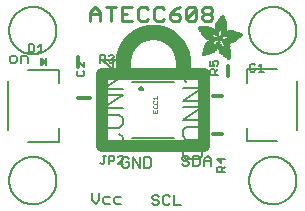
<source format=gbr>
G04 EAGLE Gerber RS-274X export*
G75*
%MOMM*%
%FSLAX34Y34*%
%LPD*%
%INSilkscreen Top*%
%IPPOS*%
%AMOC8*
5,1,8,0,0,1.08239X$1,22.5*%
G01*
%ADD10C,0.152400*%
%ADD11C,0.228600*%
%ADD12C,0.127000*%
%ADD13C,1.016000*%
%ADD14C,1.270000*%
%ADD15C,0.203200*%
%ADD16C,0.025400*%
%ADD17C,0.304800*%
%ADD18R,0.050800X0.006300*%
%ADD19R,0.082600X0.006400*%
%ADD20R,0.120600X0.006300*%
%ADD21R,0.139700X0.006400*%
%ADD22R,0.158800X0.006300*%
%ADD23R,0.177800X0.006400*%
%ADD24R,0.196800X0.006300*%
%ADD25R,0.215900X0.006400*%
%ADD26R,0.228600X0.006300*%
%ADD27R,0.241300X0.006400*%
%ADD28R,0.254000X0.006300*%
%ADD29R,0.266700X0.006400*%
%ADD30R,0.279400X0.006300*%
%ADD31R,0.285700X0.006400*%
%ADD32R,0.298400X0.006300*%
%ADD33R,0.311200X0.006400*%
%ADD34R,0.317500X0.006300*%
%ADD35R,0.330200X0.006400*%
%ADD36R,0.336600X0.006300*%
%ADD37R,0.349200X0.006400*%
%ADD38R,0.361900X0.006300*%
%ADD39R,0.368300X0.006400*%
%ADD40R,0.381000X0.006300*%
%ADD41R,0.387300X0.006400*%
%ADD42R,0.393700X0.006300*%
%ADD43R,0.406400X0.006400*%
%ADD44R,0.412700X0.006300*%
%ADD45R,0.419100X0.006400*%
%ADD46R,0.431800X0.006300*%
%ADD47R,0.438100X0.006400*%
%ADD48R,0.450800X0.006300*%
%ADD49R,0.457200X0.006400*%
%ADD50R,0.463500X0.006300*%
%ADD51R,0.476200X0.006400*%
%ADD52R,0.482600X0.006300*%
%ADD53R,0.488900X0.006400*%
%ADD54R,0.501600X0.006300*%
%ADD55R,0.508000X0.006400*%
%ADD56R,0.514300X0.006300*%
%ADD57R,0.527000X0.006400*%
%ADD58R,0.533400X0.006300*%
%ADD59R,0.546100X0.006400*%
%ADD60R,0.552400X0.006300*%
%ADD61R,0.558800X0.006400*%
%ADD62R,0.571500X0.006300*%
%ADD63R,0.577800X0.006400*%
%ADD64R,0.584200X0.006300*%
%ADD65R,0.596900X0.006400*%
%ADD66R,0.603200X0.006300*%
%ADD67R,0.609600X0.006400*%
%ADD68R,0.622300X0.006300*%
%ADD69R,0.628600X0.006400*%
%ADD70R,0.641300X0.006300*%
%ADD71R,0.647700X0.006400*%
%ADD72R,0.063500X0.006300*%
%ADD73R,0.654000X0.006300*%
%ADD74R,0.101600X0.006400*%
%ADD75R,0.666700X0.006400*%
%ADD76R,0.139700X0.006300*%
%ADD77R,0.673100X0.006300*%
%ADD78R,0.165100X0.006400*%
%ADD79R,0.679400X0.006400*%
%ADD80R,0.196900X0.006300*%
%ADD81R,0.692100X0.006300*%
%ADD82R,0.222200X0.006400*%
%ADD83R,0.698500X0.006400*%
%ADD84R,0.247700X0.006300*%
%ADD85R,0.704800X0.006300*%
%ADD86R,0.279400X0.006400*%
%ADD87R,0.717500X0.006400*%
%ADD88R,0.298500X0.006300*%
%ADD89R,0.723900X0.006300*%
%ADD90R,0.736600X0.006400*%
%ADD91R,0.342900X0.006300*%
%ADD92R,0.742900X0.006300*%
%ADD93R,0.374700X0.006400*%
%ADD94R,0.749300X0.006400*%
%ADD95R,0.762000X0.006300*%
%ADD96R,0.412700X0.006400*%
%ADD97R,0.768300X0.006400*%
%ADD98R,0.438100X0.006300*%
%ADD99R,0.774700X0.006300*%
%ADD100R,0.463600X0.006400*%
%ADD101R,0.787400X0.006400*%
%ADD102R,0.793700X0.006300*%
%ADD103R,0.495300X0.006400*%
%ADD104R,0.800100X0.006400*%
%ADD105R,0.520700X0.006300*%
%ADD106R,0.812800X0.006300*%
%ADD107R,0.533400X0.006400*%
%ADD108R,0.819100X0.006400*%
%ADD109R,0.558800X0.006300*%
%ADD110R,0.825500X0.006300*%
%ADD111R,0.577900X0.006400*%
%ADD112R,0.831800X0.006400*%
%ADD113R,0.596900X0.006300*%
%ADD114R,0.844500X0.006300*%
%ADD115R,0.616000X0.006400*%
%ADD116R,0.850900X0.006400*%
%ADD117R,0.635000X0.006300*%
%ADD118R,0.857200X0.006300*%
%ADD119R,0.654100X0.006400*%
%ADD120R,0.863600X0.006400*%
%ADD121R,0.666700X0.006300*%
%ADD122R,0.869900X0.006300*%
%ADD123R,0.685800X0.006400*%
%ADD124R,0.876300X0.006400*%
%ADD125R,0.882600X0.006300*%
%ADD126R,0.723900X0.006400*%
%ADD127R,0.889000X0.006400*%
%ADD128R,0.895300X0.006300*%
%ADD129R,0.755700X0.006400*%
%ADD130R,0.901700X0.006400*%
%ADD131R,0.908000X0.006300*%
%ADD132R,0.793800X0.006400*%
%ADD133R,0.914400X0.006400*%
%ADD134R,0.806400X0.006300*%
%ADD135R,0.920700X0.006300*%
%ADD136R,0.825500X0.006400*%
%ADD137R,0.927100X0.006400*%
%ADD138R,0.933400X0.006300*%
%ADD139R,0.857300X0.006400*%
%ADD140R,0.939800X0.006400*%
%ADD141R,0.870000X0.006300*%
%ADD142R,0.939800X0.006300*%
%ADD143R,0.946100X0.006400*%
%ADD144R,0.952500X0.006300*%
%ADD145R,0.908000X0.006400*%
%ADD146R,0.958800X0.006400*%
%ADD147R,0.965200X0.006300*%
%ADD148R,0.965200X0.006400*%
%ADD149R,0.971500X0.006300*%
%ADD150R,0.952500X0.006400*%
%ADD151R,0.977900X0.006400*%
%ADD152R,0.958800X0.006300*%
%ADD153R,0.984200X0.006300*%
%ADD154R,0.971500X0.006400*%
%ADD155R,0.984200X0.006400*%
%ADD156R,0.990600X0.006300*%
%ADD157R,0.984300X0.006400*%
%ADD158R,0.996900X0.006400*%
%ADD159R,0.997000X0.006300*%
%ADD160R,0.996900X0.006300*%
%ADD161R,1.003300X0.006400*%
%ADD162R,1.016000X0.006300*%
%ADD163R,1.009600X0.006300*%
%ADD164R,1.016000X0.006400*%
%ADD165R,1.009600X0.006400*%
%ADD166R,1.022300X0.006300*%
%ADD167R,1.028700X0.006400*%
%ADD168R,1.035100X0.006300*%
%ADD169R,1.047800X0.006400*%
%ADD170R,1.054100X0.006300*%
%ADD171R,1.028700X0.006300*%
%ADD172R,1.054100X0.006400*%
%ADD173R,1.035000X0.006400*%
%ADD174R,1.060400X0.006300*%
%ADD175R,1.035000X0.006300*%
%ADD176R,1.060500X0.006400*%
%ADD177R,1.041400X0.006400*%
%ADD178R,1.066800X0.006300*%
%ADD179R,1.041400X0.006300*%
%ADD180R,1.079500X0.006400*%
%ADD181R,1.047700X0.006400*%
%ADD182R,1.085900X0.006300*%
%ADD183R,1.047700X0.006300*%
%ADD184R,1.085800X0.006400*%
%ADD185R,1.092200X0.006300*%
%ADD186R,1.085900X0.006400*%
%ADD187R,1.098600X0.006300*%
%ADD188R,1.098600X0.006400*%
%ADD189R,1.060400X0.006400*%
%ADD190R,1.104900X0.006300*%
%ADD191R,1.104900X0.006400*%
%ADD192R,1.066800X0.006400*%
%ADD193R,1.111200X0.006300*%
%ADD194R,1.117600X0.006400*%
%ADD195R,1.117600X0.006300*%
%ADD196R,1.073100X0.006300*%
%ADD197R,1.073100X0.006400*%
%ADD198R,1.124000X0.006300*%
%ADD199R,1.079500X0.006300*%
%ADD200R,1.123900X0.006400*%
%ADD201R,1.130300X0.006300*%
%ADD202R,1.130300X0.006400*%
%ADD203R,1.136700X0.006400*%
%ADD204R,1.136700X0.006300*%
%ADD205R,1.085800X0.006300*%
%ADD206R,1.136600X0.006400*%
%ADD207R,1.136600X0.006300*%
%ADD208R,1.143000X0.006400*%
%ADD209R,1.143000X0.006300*%
%ADD210R,1.149400X0.006300*%
%ADD211R,1.149300X0.006300*%
%ADD212R,1.149300X0.006400*%
%ADD213R,1.149400X0.006400*%
%ADD214R,1.155700X0.006400*%
%ADD215R,1.155700X0.006300*%
%ADD216R,1.060500X0.006300*%
%ADD217R,2.197100X0.006400*%
%ADD218R,2.197100X0.006300*%
%ADD219R,2.184400X0.006300*%
%ADD220R,2.184400X0.006400*%
%ADD221R,2.171700X0.006400*%
%ADD222R,2.171700X0.006300*%
%ADD223R,1.530300X0.006400*%
%ADD224R,1.505000X0.006300*%
%ADD225R,1.492300X0.006400*%
%ADD226R,1.485900X0.006300*%
%ADD227R,0.565200X0.006300*%
%ADD228R,1.473200X0.006400*%
%ADD229R,0.565200X0.006400*%
%ADD230R,1.460500X0.006300*%
%ADD231R,1.454100X0.006400*%
%ADD232R,0.552400X0.006400*%
%ADD233R,1.441500X0.006300*%
%ADD234R,0.546100X0.006300*%
%ADD235R,1.435100X0.006400*%
%ADD236R,0.539800X0.006400*%
%ADD237R,1.428800X0.006300*%
%ADD238R,1.422400X0.006400*%
%ADD239R,1.409700X0.006300*%
%ADD240R,0.527100X0.006300*%
%ADD241R,1.403300X0.006400*%
%ADD242R,0.527100X0.006400*%
%ADD243R,1.390700X0.006300*%
%ADD244R,1.384300X0.006400*%
%ADD245R,0.520700X0.006400*%
%ADD246R,1.384300X0.006300*%
%ADD247R,0.514400X0.006300*%
%ADD248R,1.371600X0.006400*%
%ADD249R,1.365200X0.006300*%
%ADD250R,0.508000X0.006300*%
%ADD251R,1.352600X0.006400*%
%ADD252R,0.501700X0.006400*%
%ADD253R,0.711200X0.006300*%
%ADD254R,0.603300X0.006300*%
%ADD255R,0.501700X0.006300*%
%ADD256R,0.692100X0.006400*%
%ADD257R,0.571500X0.006400*%
%ADD258R,0.679400X0.006300*%
%ADD259R,0.495300X0.006300*%
%ADD260R,0.673100X0.006400*%
%ADD261R,0.666800X0.006300*%
%ADD262R,0.488900X0.006300*%
%ADD263R,0.660400X0.006400*%
%ADD264R,0.482600X0.006400*%
%ADD265R,0.476200X0.006300*%
%ADD266R,0.654000X0.006400*%
%ADD267R,0.469900X0.006400*%
%ADD268R,0.476300X0.006400*%
%ADD269R,0.647700X0.006300*%
%ADD270R,0.457200X0.006300*%
%ADD271R,0.469900X0.006300*%
%ADD272R,0.641300X0.006400*%
%ADD273R,0.444500X0.006400*%
%ADD274R,0.463600X0.006300*%
%ADD275R,0.635000X0.006400*%
%ADD276R,0.463500X0.006400*%
%ADD277R,0.393700X0.006400*%
%ADD278R,0.450800X0.006400*%
%ADD279R,0.628600X0.006300*%
%ADD280R,0.387400X0.006300*%
%ADD281R,0.450900X0.006300*%
%ADD282R,0.628700X0.006400*%
%ADD283R,0.374600X0.006400*%
%ADD284R,0.368300X0.006300*%
%ADD285R,0.438200X0.006300*%
%ADD286R,0.622300X0.006400*%
%ADD287R,0.355600X0.006400*%
%ADD288R,0.431800X0.006400*%
%ADD289R,0.349300X0.006300*%
%ADD290R,0.425400X0.006300*%
%ADD291R,0.615900X0.006300*%
%ADD292R,0.330200X0.006300*%
%ADD293R,0.419100X0.006300*%
%ADD294R,0.616000X0.006300*%
%ADD295R,0.311200X0.006300*%
%ADD296R,0.406400X0.006300*%
%ADD297R,0.615900X0.006400*%
%ADD298R,0.304800X0.006400*%
%ADD299R,0.158800X0.006400*%
%ADD300R,0.609600X0.006300*%
%ADD301R,0.292100X0.006300*%
%ADD302R,0.235000X0.006300*%
%ADD303R,0.387400X0.006400*%
%ADD304R,0.292100X0.006400*%
%ADD305R,0.336500X0.006300*%
%ADD306R,0.260400X0.006300*%
%ADD307R,0.603300X0.006400*%
%ADD308R,0.260400X0.006400*%
%ADD309R,0.362000X0.006400*%
%ADD310R,0.450900X0.006400*%
%ADD311R,0.355600X0.006300*%
%ADD312R,0.342900X0.006400*%
%ADD313R,0.514300X0.006400*%
%ADD314R,0.234900X0.006300*%
%ADD315R,0.539700X0.006300*%
%ADD316R,0.603200X0.006400*%
%ADD317R,0.234900X0.006400*%
%ADD318R,0.920700X0.006400*%
%ADD319R,0.958900X0.006400*%
%ADD320R,0.215900X0.006300*%
%ADD321R,0.209600X0.006400*%
%ADD322R,0.203200X0.006300*%
%ADD323R,1.003300X0.006300*%
%ADD324R,0.203200X0.006400*%
%ADD325R,0.196900X0.006400*%
%ADD326R,0.190500X0.006300*%
%ADD327R,0.190500X0.006400*%
%ADD328R,0.184200X0.006300*%
%ADD329R,0.590500X0.006400*%
%ADD330R,0.184200X0.006400*%
%ADD331R,0.590500X0.006300*%
%ADD332R,0.177800X0.006300*%
%ADD333R,0.584200X0.006400*%
%ADD334R,1.168400X0.006400*%
%ADD335R,0.171500X0.006300*%
%ADD336R,1.187500X0.006300*%
%ADD337R,1.200100X0.006400*%
%ADD338R,0.577800X0.006300*%
%ADD339R,1.212900X0.006300*%
%ADD340R,1.231900X0.006400*%
%ADD341R,1.250900X0.006300*%
%ADD342R,0.565100X0.006400*%
%ADD343R,0.184100X0.006400*%
%ADD344R,1.263700X0.006400*%
%ADD345R,0.565100X0.006300*%
%ADD346R,1.289100X0.006300*%
%ADD347R,1.314400X0.006400*%
%ADD348R,0.552500X0.006300*%
%ADD349R,1.568500X0.006300*%
%ADD350R,0.552500X0.006400*%
%ADD351R,1.581200X0.006400*%
%ADD352R,1.593800X0.006300*%
%ADD353R,1.606500X0.006400*%
%ADD354R,1.619300X0.006300*%
%ADD355R,0.514400X0.006400*%
%ADD356R,1.638300X0.006400*%
%ADD357R,1.657300X0.006300*%
%ADD358R,2.209800X0.006400*%
%ADD359R,2.425700X0.006300*%
%ADD360R,2.470100X0.006400*%
%ADD361R,2.501900X0.006300*%
%ADD362R,2.533700X0.006400*%
%ADD363R,2.559000X0.006300*%
%ADD364R,2.584500X0.006400*%
%ADD365R,2.609900X0.006300*%
%ADD366R,2.628900X0.006400*%
%ADD367R,2.660600X0.006300*%
%ADD368R,2.673400X0.006400*%
%ADD369R,1.422400X0.006300*%
%ADD370R,1.200200X0.006300*%
%ADD371R,1.365300X0.006300*%
%ADD372R,1.365300X0.006400*%
%ADD373R,1.352500X0.006300*%
%ADD374R,1.098500X0.006300*%
%ADD375R,1.358900X0.006400*%
%ADD376R,1.352600X0.006300*%
%ADD377R,1.358900X0.006300*%
%ADD378R,1.371600X0.006300*%
%ADD379R,1.377900X0.006400*%
%ADD380R,1.397000X0.006400*%
%ADD381R,1.403300X0.006300*%
%ADD382R,0.914400X0.006300*%
%ADD383R,0.876300X0.006300*%
%ADD384R,0.374600X0.006300*%
%ADD385R,1.073200X0.006400*%
%ADD386R,0.374700X0.006300*%
%ADD387R,0.844600X0.006400*%
%ADD388R,0.844600X0.006300*%
%ADD389R,0.831900X0.006400*%
%ADD390R,1.092200X0.006400*%
%ADD391R,0.400000X0.006300*%
%ADD392R,0.819200X0.006400*%
%ADD393R,1.111300X0.006400*%
%ADD394R,0.812800X0.006400*%
%ADD395R,0.800100X0.006300*%
%ADD396R,0.476300X0.006300*%
%ADD397R,1.181100X0.006300*%
%ADD398R,0.501600X0.006400*%
%ADD399R,1.193800X0.006400*%
%ADD400R,0.781000X0.006400*%
%ADD401R,1.238200X0.006400*%
%ADD402R,0.781100X0.006300*%
%ADD403R,1.257300X0.006300*%
%ADD404R,1.295400X0.006400*%
%ADD405R,1.333500X0.006300*%
%ADD406R,0.774700X0.006400*%
%ADD407R,1.866900X0.006400*%
%ADD408R,0.209600X0.006300*%
%ADD409R,1.866900X0.006300*%
%ADD410R,0.768400X0.006400*%
%ADD411R,0.209500X0.006400*%
%ADD412R,1.860600X0.006400*%
%ADD413R,0.762000X0.006400*%
%ADD414R,0.768400X0.006300*%
%ADD415R,1.860600X0.006300*%
%ADD416R,1.860500X0.006400*%
%ADD417R,0.222300X0.006300*%
%ADD418R,1.854200X0.006300*%
%ADD419R,0.235000X0.006400*%
%ADD420R,1.854200X0.006400*%
%ADD421R,0.768300X0.006300*%
%ADD422R,0.260300X0.006400*%
%ADD423R,1.847800X0.006400*%
%ADD424R,0.266700X0.006300*%
%ADD425R,1.847800X0.006300*%
%ADD426R,0.273100X0.006400*%
%ADD427R,1.841500X0.006400*%
%ADD428R,0.285800X0.006300*%
%ADD429R,1.841500X0.006300*%
%ADD430R,0.298500X0.006400*%
%ADD431R,1.835100X0.006400*%
%ADD432R,0.781000X0.006300*%
%ADD433R,0.304800X0.006300*%
%ADD434R,1.835100X0.006300*%
%ADD435R,0.317500X0.006400*%
%ADD436R,1.828800X0.006400*%
%ADD437R,0.787400X0.006300*%
%ADD438R,0.323800X0.006300*%
%ADD439R,1.828800X0.006300*%
%ADD440R,0.793700X0.006400*%
%ADD441R,1.822400X0.006400*%
%ADD442R,0.806500X0.006300*%
%ADD443R,1.822400X0.006300*%
%ADD444R,1.816100X0.006400*%
%ADD445R,0.819100X0.006300*%
%ADD446R,0.387300X0.006300*%
%ADD447R,1.816100X0.006300*%
%ADD448R,1.809800X0.006400*%
%ADD449R,1.803400X0.006300*%
%ADD450R,1.797000X0.006400*%
%ADD451R,0.901700X0.006300*%
%ADD452R,1.797000X0.006300*%
%ADD453R,1.441400X0.006400*%
%ADD454R,1.790700X0.006400*%
%ADD455R,1.447800X0.006300*%
%ADD456R,1.784300X0.006300*%
%ADD457R,1.447800X0.006400*%
%ADD458R,1.784300X0.006400*%
%ADD459R,1.454100X0.006300*%
%ADD460R,1.771700X0.006300*%
%ADD461R,1.460500X0.006400*%
%ADD462R,1.759000X0.006400*%
%ADD463R,1.466800X0.006300*%
%ADD464R,1.752600X0.006300*%
%ADD465R,1.466800X0.006400*%
%ADD466R,1.739900X0.006400*%
%ADD467R,1.473200X0.006300*%
%ADD468R,1.727200X0.006300*%
%ADD469R,1.479500X0.006400*%
%ADD470R,1.714500X0.006400*%
%ADD471R,1.695400X0.006300*%
%ADD472R,1.485900X0.006400*%
%ADD473R,1.682700X0.006400*%
%ADD474R,1.492200X0.006300*%
%ADD475R,1.663700X0.006300*%
%ADD476R,1.498600X0.006400*%
%ADD477R,1.644600X0.006400*%
%ADD478R,1.498600X0.006300*%
%ADD479R,1.619200X0.006300*%
%ADD480R,1.511300X0.006400*%
%ADD481R,1.600200X0.006400*%
%ADD482R,1.517700X0.006300*%
%ADD483R,1.574800X0.006300*%
%ADD484R,1.524000X0.006400*%
%ADD485R,1.555800X0.006400*%
%ADD486R,1.524000X0.006300*%
%ADD487R,1.536700X0.006300*%
%ADD488R,1.530400X0.006400*%
%ADD489R,1.517700X0.006400*%
%ADD490R,1.492300X0.006300*%
%ADD491R,1.549400X0.006400*%
%ADD492R,1.479600X0.006400*%
%ADD493R,1.549400X0.006300*%
%ADD494R,1.555700X0.006400*%
%ADD495R,1.562100X0.006300*%
%ADD496R,0.323900X0.006300*%
%ADD497R,1.568400X0.006400*%
%ADD498R,0.336600X0.006400*%
%ADD499R,1.587500X0.006300*%
%ADD500R,0.971600X0.006300*%
%ADD501R,0.349300X0.006400*%
%ADD502R,1.600200X0.006300*%
%ADD503R,0.920800X0.006300*%
%ADD504R,0.882700X0.006400*%
%ADD505R,1.612900X0.006300*%
%ADD506R,0.362000X0.006300*%
%ADD507R,1.625600X0.006400*%
%ADD508R,1.625600X0.006300*%
%ADD509R,1.644600X0.006300*%
%ADD510R,0.736600X0.006300*%
%ADD511R,0.717600X0.006400*%
%ADD512R,1.657400X0.006300*%
%ADD513R,0.679500X0.006300*%
%ADD514R,1.663700X0.006400*%
%ADD515R,0.400000X0.006400*%
%ADD516R,1.676400X0.006300*%
%ADD517R,1.676400X0.006400*%
%ADD518R,0.425500X0.006400*%
%ADD519R,1.352500X0.006400*%
%ADD520R,0.444500X0.006300*%
%ADD521R,0.361900X0.006400*%
%ADD522R,0.088900X0.006300*%
%ADD523R,1.009700X0.006300*%
%ADD524R,1.009700X0.006400*%
%ADD525R,1.022300X0.006400*%
%ADD526R,1.346200X0.006400*%
%ADD527R,1.346200X0.006300*%
%ADD528R,1.339900X0.006400*%
%ADD529R,1.035100X0.006400*%
%ADD530R,1.339800X0.006300*%
%ADD531R,1.333500X0.006400*%
%ADD532R,1.327200X0.006400*%
%ADD533R,1.320800X0.006300*%
%ADD534R,1.314500X0.006400*%
%ADD535R,1.314400X0.006300*%
%ADD536R,1.301700X0.006400*%
%ADD537R,1.295400X0.006300*%
%ADD538R,1.289000X0.006400*%
%ADD539R,1.276300X0.006300*%
%ADD540R,1.251000X0.006300*%
%ADD541R,1.244600X0.006400*%
%ADD542R,1.231900X0.006300*%
%ADD543R,1.212800X0.006400*%
%ADD544R,1.200100X0.006300*%
%ADD545R,1.187400X0.006400*%
%ADD546R,1.168400X0.006300*%
%ADD547R,1.047800X0.006300*%
%ADD548R,0.977900X0.006300*%
%ADD549R,0.946200X0.006400*%
%ADD550R,0.933400X0.006400*%
%ADD551R,0.895300X0.006400*%
%ADD552R,0.882700X0.006300*%
%ADD553R,0.863600X0.006300*%
%ADD554R,0.857200X0.006400*%
%ADD555R,0.850900X0.006300*%
%ADD556R,0.838200X0.006300*%
%ADD557R,0.806500X0.006400*%
%ADD558R,0.717600X0.006300*%
%ADD559R,0.711200X0.006400*%
%ADD560R,0.641400X0.006400*%
%ADD561R,0.641400X0.006300*%
%ADD562R,0.628700X0.006300*%
%ADD563R,0.590600X0.006300*%
%ADD564R,0.539700X0.006400*%
%ADD565R,0.285700X0.006300*%
%ADD566R,0.222200X0.006300*%
%ADD567R,0.171400X0.006300*%
%ADD568R,0.152400X0.006400*%
%ADD569R,0.133400X0.006300*%
%ADD570R,0.127000X0.762000*%

G36*
X-28379Y-22979D02*
X-28379Y-22979D01*
X-28350Y-22980D01*
X-28260Y-22953D01*
X-28168Y-22933D01*
X-28143Y-22918D01*
X-28114Y-22909D01*
X-27972Y-22819D01*
X-24797Y-20279D01*
X-24728Y-20202D01*
X-24655Y-20129D01*
X-24646Y-20112D01*
X-24633Y-20097D01*
X-24591Y-20001D01*
X-24545Y-19909D01*
X-24543Y-19889D01*
X-24535Y-19871D01*
X-24526Y-19768D01*
X-24512Y-19665D01*
X-24516Y-19646D01*
X-24514Y-19626D01*
X-24539Y-19525D01*
X-24558Y-19423D01*
X-24568Y-19406D01*
X-24572Y-19387D01*
X-24628Y-19300D01*
X-24679Y-19209D01*
X-24696Y-19192D01*
X-24704Y-19179D01*
X-24729Y-19159D01*
X-24797Y-19091D01*
X-27972Y-16551D01*
X-27998Y-16536D01*
X-28020Y-16516D01*
X-28105Y-16476D01*
X-28187Y-16430D01*
X-28216Y-16424D01*
X-28243Y-16412D01*
X-28336Y-16402D01*
X-28428Y-16384D01*
X-28458Y-16388D01*
X-28487Y-16385D01*
X-28579Y-16405D01*
X-28672Y-16418D01*
X-28699Y-16431D01*
X-28728Y-16437D01*
X-28808Y-16485D01*
X-28892Y-16527D01*
X-28913Y-16548D01*
X-28939Y-16563D01*
X-29000Y-16635D01*
X-29066Y-16701D01*
X-29079Y-16727D01*
X-29099Y-16750D01*
X-29134Y-16837D01*
X-29176Y-16921D01*
X-29180Y-16951D01*
X-29191Y-16978D01*
X-29209Y-17145D01*
X-29209Y-22225D01*
X-29204Y-22254D01*
X-29207Y-22284D01*
X-29185Y-22375D01*
X-29170Y-22468D01*
X-29156Y-22494D01*
X-29149Y-22523D01*
X-29098Y-22602D01*
X-29054Y-22685D01*
X-29033Y-22706D01*
X-29017Y-22731D01*
X-28944Y-22790D01*
X-28876Y-22855D01*
X-28849Y-22867D01*
X-28826Y-22886D01*
X-28738Y-22919D01*
X-28653Y-22958D01*
X-28623Y-22961D01*
X-28596Y-22972D01*
X-28502Y-22975D01*
X-28409Y-22985D01*
X-28379Y-22979D01*
G37*
D10*
X14669Y-130930D02*
X14669Y-136692D01*
X17550Y-139573D01*
X20431Y-136692D01*
X20431Y-130930D01*
X25465Y-133811D02*
X29787Y-133811D01*
X25465Y-133811D02*
X24024Y-135251D01*
X24024Y-138132D01*
X25465Y-139573D01*
X29787Y-139573D01*
X34820Y-133811D02*
X39142Y-133811D01*
X34820Y-133811D02*
X33380Y-135251D01*
X33380Y-138132D01*
X34820Y-139573D01*
X39142Y-139573D01*
X45831Y-101890D02*
X44391Y-100450D01*
X41510Y-100450D01*
X40069Y-101890D01*
X40069Y-107652D01*
X41510Y-109093D01*
X44391Y-109093D01*
X45831Y-107652D01*
X45831Y-104771D01*
X42950Y-104771D01*
X49424Y-100450D02*
X49424Y-109093D01*
X55187Y-109093D02*
X49424Y-100450D01*
X55187Y-100450D02*
X55187Y-109093D01*
X58780Y-109093D02*
X58780Y-100450D01*
X58780Y-109093D02*
X63101Y-109093D01*
X64542Y-107652D01*
X64542Y-101890D01*
X63101Y-100450D01*
X58780Y-100450D01*
X69791Y-132200D02*
X71231Y-133640D01*
X69791Y-132200D02*
X66910Y-132200D01*
X65469Y-133640D01*
X65469Y-135081D01*
X66910Y-136521D01*
X69791Y-136521D01*
X71231Y-137962D01*
X71231Y-139402D01*
X69791Y-140843D01*
X66910Y-140843D01*
X65469Y-139402D01*
X79146Y-132200D02*
X80587Y-133640D01*
X79146Y-132200D02*
X76265Y-132200D01*
X74824Y-133640D01*
X74824Y-139402D01*
X76265Y-140843D01*
X79146Y-140843D01*
X80587Y-139402D01*
X84180Y-140843D02*
X84180Y-132200D01*
X84180Y-140843D02*
X89942Y-140843D01*
X96631Y-100620D02*
X95191Y-99180D01*
X92310Y-99180D01*
X90869Y-100620D01*
X90869Y-102061D01*
X92310Y-103501D01*
X95191Y-103501D01*
X96631Y-104942D01*
X96631Y-106382D01*
X95191Y-107823D01*
X92310Y-107823D01*
X90869Y-106382D01*
X100224Y-107823D02*
X100224Y-99180D01*
X100224Y-107823D02*
X104546Y-107823D01*
X105987Y-106382D01*
X105987Y-100620D01*
X104546Y-99180D01*
X100224Y-99180D01*
X109580Y-102061D02*
X109580Y-107823D01*
X109580Y-102061D02*
X112461Y-99180D01*
X115342Y-102061D01*
X115342Y-107823D01*
X115342Y-103501D02*
X109580Y-103501D01*
D11*
X12923Y14732D02*
X12923Y23036D01*
X17075Y27189D01*
X21227Y23036D01*
X21227Y14732D01*
X21227Y20960D02*
X12923Y20960D01*
X30640Y14732D02*
X30640Y27189D01*
X26488Y27189D02*
X34792Y27189D01*
X40053Y27189D02*
X48357Y27189D01*
X40053Y27189D02*
X40053Y14732D01*
X48357Y14732D01*
X44205Y20960D02*
X40053Y20960D01*
X59846Y27189D02*
X61922Y25113D01*
X59846Y27189D02*
X55694Y27189D01*
X53618Y25113D01*
X53618Y16808D01*
X55694Y14732D01*
X59846Y14732D01*
X61922Y16808D01*
X73411Y27189D02*
X75487Y25113D01*
X73411Y27189D02*
X69259Y27189D01*
X67183Y25113D01*
X67183Y16808D01*
X69259Y14732D01*
X73411Y14732D01*
X75487Y16808D01*
X84900Y25113D02*
X89052Y27189D01*
X84900Y25113D02*
X80748Y20960D01*
X80748Y16808D01*
X82824Y14732D01*
X86976Y14732D01*
X89052Y16808D01*
X89052Y18884D01*
X86976Y20960D01*
X80748Y20960D01*
X94313Y16808D02*
X94313Y25113D01*
X96389Y27189D01*
X100541Y27189D01*
X102617Y25113D01*
X102617Y16808D01*
X100541Y14732D01*
X96389Y14732D01*
X94313Y16808D01*
X102617Y25113D01*
X107878Y25113D02*
X109954Y27189D01*
X114106Y27189D01*
X116183Y25113D01*
X116183Y23036D01*
X114106Y20960D01*
X116183Y18884D01*
X116183Y16808D01*
X114106Y14732D01*
X109954Y14732D01*
X107878Y16808D01*
X107878Y18884D01*
X109954Y20960D01*
X107878Y23036D01*
X107878Y25113D01*
X109954Y20960D02*
X114106Y20960D01*
D12*
X-50796Y-20320D02*
X-53762Y-20320D01*
X-50796Y-20320D02*
X-49313Y-18837D01*
X-49313Y-15871D01*
X-50796Y-14388D01*
X-53762Y-14388D01*
X-55245Y-15871D01*
X-55245Y-18837D01*
X-53762Y-20320D01*
X-45890Y-20320D02*
X-45890Y-14388D01*
X-41441Y-14388D01*
X-39958Y-15871D01*
X-39958Y-20320D01*
D13*
X22860Y-31115D02*
X22860Y-90805D01*
X109220Y-90805D01*
X109220Y-31115D01*
D14*
X40640Y-27305D02*
X40640Y-19685D01*
X40647Y-19071D01*
X40670Y-18458D01*
X40707Y-17845D01*
X40759Y-17234D01*
X40825Y-16623D01*
X40907Y-16015D01*
X41003Y-15409D01*
X41113Y-14805D01*
X41238Y-14204D01*
X41378Y-13606D01*
X41532Y-13012D01*
X41701Y-12422D01*
X41883Y-11836D01*
X42080Y-11255D01*
X42291Y-10678D01*
X42515Y-10107D01*
X42753Y-9541D01*
X43005Y-8981D01*
X43271Y-8428D01*
X43549Y-7881D01*
X43841Y-7341D01*
X44146Y-6808D01*
X44464Y-6283D01*
X44794Y-5765D01*
X45136Y-5256D01*
X45491Y-4755D01*
X45858Y-4263D01*
X46236Y-3780D01*
X46626Y-3306D01*
X47028Y-2842D01*
X47440Y-2387D01*
X47864Y-1943D01*
X48298Y-1509D01*
X48742Y-1085D01*
X49197Y-673D01*
X49661Y-271D01*
X50135Y119D01*
X50618Y497D01*
X51110Y864D01*
X51611Y1219D01*
X52120Y1561D01*
X52638Y1891D01*
X53163Y2209D01*
X53696Y2514D01*
X54236Y2806D01*
X54783Y3084D01*
X55336Y3350D01*
X55896Y3602D01*
X56462Y3840D01*
X57033Y4064D01*
X57610Y4275D01*
X58191Y4472D01*
X58777Y4654D01*
X59367Y4823D01*
X59961Y4977D01*
X60559Y5117D01*
X61160Y5242D01*
X61764Y5352D01*
X62370Y5448D01*
X62978Y5530D01*
X63589Y5596D01*
X64200Y5648D01*
X64813Y5685D01*
X65426Y5708D01*
X66040Y5715D01*
X66065Y5715D01*
X66066Y5715D02*
X66679Y5707D01*
X67292Y5685D01*
X67905Y5647D01*
X68516Y5595D01*
X69126Y5528D01*
X69734Y5447D01*
X70340Y5350D01*
X70943Y5240D01*
X71544Y5114D01*
X72141Y4974D01*
X72735Y4820D01*
X73324Y4651D01*
X73910Y4469D01*
X74491Y4272D01*
X75067Y4061D01*
X75638Y3836D01*
X76203Y3598D01*
X76763Y3345D01*
X77316Y3080D01*
X77862Y2801D01*
X78402Y2509D01*
X78934Y2204D01*
X79459Y1887D01*
X79976Y1557D01*
X80485Y1214D01*
X80985Y859D01*
X81477Y492D01*
X81960Y114D01*
X82433Y-277D01*
X82897Y-678D01*
X83351Y-1091D01*
X83795Y-1514D01*
X84229Y-1948D01*
X84652Y-2392D01*
X85064Y-2847D01*
X85465Y-3311D01*
X85855Y-3785D01*
X86233Y-4268D01*
X86599Y-4760D01*
X86953Y-5261D01*
X87295Y-5770D01*
X87625Y-6288D01*
X87942Y-6813D01*
X88247Y-7345D01*
X88538Y-7885D01*
X88816Y-8432D01*
X89081Y-8985D01*
X89333Y-9545D01*
X89571Y-10110D01*
X89795Y-10682D01*
X90005Y-11258D01*
X90201Y-11839D01*
X90384Y-12425D01*
X90552Y-13015D01*
X90705Y-13609D01*
X90845Y-14206D01*
X90969Y-14807D01*
X91080Y-15410D01*
X91175Y-16016D01*
X91256Y-16625D01*
X91323Y-17234D01*
X91374Y-17846D01*
X91411Y-18458D01*
X91433Y-19071D01*
X91440Y-19685D01*
X91440Y-28575D01*
D13*
X109220Y-29845D02*
X22860Y-29845D01*
D10*
X48010Y-83945D02*
X84070Y-83945D01*
X84070Y-36705D02*
X48010Y-36705D01*
D15*
X54698Y-42291D02*
X54700Y-42216D01*
X54706Y-42141D01*
X54716Y-42066D01*
X54729Y-41992D01*
X54747Y-41919D01*
X54768Y-41847D01*
X54793Y-41776D01*
X54822Y-41707D01*
X54855Y-41639D01*
X54890Y-41573D01*
X54930Y-41509D01*
X54972Y-41447D01*
X55018Y-41387D01*
X55067Y-41330D01*
X55119Y-41276D01*
X55173Y-41224D01*
X55230Y-41175D01*
X55290Y-41129D01*
X55352Y-41087D01*
X55416Y-41047D01*
X55482Y-41012D01*
X55550Y-40979D01*
X55619Y-40950D01*
X55690Y-40925D01*
X55762Y-40904D01*
X55835Y-40886D01*
X55909Y-40873D01*
X55984Y-40863D01*
X56059Y-40857D01*
X56134Y-40855D01*
X56209Y-40857D01*
X56284Y-40863D01*
X56359Y-40873D01*
X56433Y-40886D01*
X56506Y-40904D01*
X56578Y-40925D01*
X56649Y-40950D01*
X56718Y-40979D01*
X56786Y-41012D01*
X56852Y-41047D01*
X56916Y-41087D01*
X56978Y-41129D01*
X57038Y-41175D01*
X57095Y-41224D01*
X57149Y-41276D01*
X57201Y-41330D01*
X57250Y-41387D01*
X57296Y-41447D01*
X57338Y-41509D01*
X57378Y-41573D01*
X57413Y-41639D01*
X57446Y-41707D01*
X57475Y-41776D01*
X57500Y-41847D01*
X57521Y-41919D01*
X57539Y-41992D01*
X57552Y-42066D01*
X57562Y-42141D01*
X57568Y-42216D01*
X57570Y-42291D01*
X57568Y-42366D01*
X57562Y-42441D01*
X57552Y-42516D01*
X57539Y-42590D01*
X57521Y-42663D01*
X57500Y-42735D01*
X57475Y-42806D01*
X57446Y-42875D01*
X57413Y-42943D01*
X57378Y-43009D01*
X57338Y-43073D01*
X57296Y-43135D01*
X57250Y-43195D01*
X57201Y-43252D01*
X57149Y-43306D01*
X57095Y-43358D01*
X57038Y-43407D01*
X56978Y-43453D01*
X56916Y-43495D01*
X56852Y-43535D01*
X56786Y-43570D01*
X56718Y-43603D01*
X56649Y-43632D01*
X56578Y-43657D01*
X56506Y-43678D01*
X56433Y-43696D01*
X56359Y-43709D01*
X56284Y-43719D01*
X56209Y-43725D01*
X56134Y-43727D01*
X56059Y-43725D01*
X55984Y-43719D01*
X55909Y-43709D01*
X55835Y-43696D01*
X55762Y-43678D01*
X55690Y-43657D01*
X55619Y-43632D01*
X55550Y-43603D01*
X55482Y-43570D01*
X55416Y-43535D01*
X55352Y-43495D01*
X55290Y-43453D01*
X55230Y-43407D01*
X55173Y-43358D01*
X55119Y-43306D01*
X55067Y-43252D01*
X55018Y-43195D01*
X54972Y-43135D01*
X54930Y-43073D01*
X54890Y-43009D01*
X54855Y-42943D01*
X54822Y-42875D01*
X54793Y-42806D01*
X54768Y-42735D01*
X54747Y-42663D01*
X54729Y-42590D01*
X54716Y-42516D01*
X54706Y-42441D01*
X54700Y-42366D01*
X54698Y-42291D01*
D16*
X66164Y-59924D02*
X66164Y-62466D01*
X69977Y-62466D01*
X69977Y-59924D01*
X68070Y-61195D02*
X68070Y-62466D01*
X66164Y-56818D02*
X66799Y-56182D01*
X66164Y-56818D02*
X66164Y-58089D01*
X66799Y-58724D01*
X69341Y-58724D01*
X69977Y-58089D01*
X69977Y-56818D01*
X69341Y-56182D01*
X66164Y-53076D02*
X66799Y-52440D01*
X66164Y-53076D02*
X66164Y-54347D01*
X66799Y-54982D01*
X69341Y-54982D01*
X69977Y-54347D01*
X69977Y-53076D01*
X69341Y-52440D01*
X67435Y-51240D02*
X66164Y-49969D01*
X69977Y-49969D01*
X69977Y-51240D02*
X69977Y-48698D01*
D17*
X129540Y-31305D02*
X129540Y-23305D01*
D10*
X151387Y-21203D02*
X152488Y-22305D01*
X151387Y-21203D02*
X149184Y-21203D01*
X148082Y-22305D01*
X148082Y-26711D01*
X149184Y-27813D01*
X151387Y-27813D01*
X152488Y-26711D01*
X155566Y-23407D02*
X157769Y-21203D01*
X157769Y-27813D01*
X155566Y-27813D02*
X159973Y-27813D01*
D17*
X12700Y-50165D02*
X2540Y-50165D01*
D10*
X1518Y-28318D02*
X2620Y-27217D01*
X1518Y-28318D02*
X1518Y-30521D01*
X2620Y-31623D01*
X7026Y-31623D01*
X8128Y-30521D01*
X8128Y-28318D01*
X7026Y-27217D01*
X8128Y-24139D02*
X8128Y-19732D01*
X3722Y-19732D02*
X8128Y-24139D01*
X3722Y-19732D02*
X2620Y-19732D01*
X1518Y-20834D01*
X1518Y-23037D01*
X2620Y-24139D01*
X21590Y-104943D02*
X22692Y-106045D01*
X23793Y-106045D01*
X24895Y-104943D01*
X24895Y-99435D01*
X25996Y-99435D02*
X23793Y-99435D01*
X29074Y-99435D02*
X29074Y-106045D01*
X29074Y-99435D02*
X32379Y-99435D01*
X33481Y-100537D01*
X33481Y-102740D01*
X32379Y-103842D01*
X29074Y-103842D01*
X36558Y-106045D02*
X40965Y-106045D01*
X40965Y-101639D02*
X36558Y-106045D01*
X40965Y-101639D02*
X40965Y-100537D01*
X39863Y-99435D01*
X37660Y-99435D01*
X36558Y-100537D01*
D15*
X-55560Y6985D02*
X-55554Y7476D01*
X-55536Y7966D01*
X-55506Y8456D01*
X-55464Y8945D01*
X-55410Y9433D01*
X-55344Y9920D01*
X-55266Y10404D01*
X-55176Y10887D01*
X-55074Y11367D01*
X-54961Y11845D01*
X-54836Y12319D01*
X-54699Y12791D01*
X-54551Y13259D01*
X-54391Y13723D01*
X-54220Y14183D01*
X-54038Y14639D01*
X-53844Y15090D01*
X-53640Y15536D01*
X-53424Y15977D01*
X-53198Y16413D01*
X-52962Y16843D01*
X-52715Y17267D01*
X-52457Y17685D01*
X-52189Y18096D01*
X-51912Y18501D01*
X-51624Y18899D01*
X-51327Y19290D01*
X-51020Y19673D01*
X-50704Y20048D01*
X-50379Y20416D01*
X-50045Y20776D01*
X-49702Y21127D01*
X-49351Y21470D01*
X-48991Y21804D01*
X-48623Y22129D01*
X-48248Y22445D01*
X-47865Y22752D01*
X-47474Y23049D01*
X-47076Y23337D01*
X-46671Y23614D01*
X-46260Y23882D01*
X-45842Y24140D01*
X-45418Y24387D01*
X-44988Y24623D01*
X-44552Y24849D01*
X-44111Y25065D01*
X-43665Y25269D01*
X-43214Y25463D01*
X-42758Y25645D01*
X-42298Y25816D01*
X-41834Y25976D01*
X-41366Y26124D01*
X-40894Y26261D01*
X-40420Y26386D01*
X-39942Y26499D01*
X-39462Y26601D01*
X-38979Y26691D01*
X-38495Y26769D01*
X-38008Y26835D01*
X-37520Y26889D01*
X-37031Y26931D01*
X-36541Y26961D01*
X-36051Y26979D01*
X-35560Y26985D01*
X-35069Y26979D01*
X-34579Y26961D01*
X-34089Y26931D01*
X-33600Y26889D01*
X-33112Y26835D01*
X-32625Y26769D01*
X-32141Y26691D01*
X-31658Y26601D01*
X-31178Y26499D01*
X-30700Y26386D01*
X-30226Y26261D01*
X-29754Y26124D01*
X-29286Y25976D01*
X-28822Y25816D01*
X-28362Y25645D01*
X-27906Y25463D01*
X-27455Y25269D01*
X-27009Y25065D01*
X-26568Y24849D01*
X-26132Y24623D01*
X-25702Y24387D01*
X-25278Y24140D01*
X-24860Y23882D01*
X-24449Y23614D01*
X-24044Y23337D01*
X-23646Y23049D01*
X-23255Y22752D01*
X-22872Y22445D01*
X-22497Y22129D01*
X-22129Y21804D01*
X-21769Y21470D01*
X-21418Y21127D01*
X-21075Y20776D01*
X-20741Y20416D01*
X-20416Y20048D01*
X-20100Y19673D01*
X-19793Y19290D01*
X-19496Y18899D01*
X-19208Y18501D01*
X-18931Y18096D01*
X-18663Y17685D01*
X-18405Y17267D01*
X-18158Y16843D01*
X-17922Y16413D01*
X-17696Y15977D01*
X-17480Y15536D01*
X-17276Y15090D01*
X-17082Y14639D01*
X-16900Y14183D01*
X-16729Y13723D01*
X-16569Y13259D01*
X-16421Y12791D01*
X-16284Y12319D01*
X-16159Y11845D01*
X-16046Y11367D01*
X-15944Y10887D01*
X-15854Y10404D01*
X-15776Y9920D01*
X-15710Y9433D01*
X-15656Y8945D01*
X-15614Y8456D01*
X-15584Y7966D01*
X-15566Y7476D01*
X-15560Y6985D01*
X-15566Y6494D01*
X-15584Y6004D01*
X-15614Y5514D01*
X-15656Y5025D01*
X-15710Y4537D01*
X-15776Y4050D01*
X-15854Y3566D01*
X-15944Y3083D01*
X-16046Y2603D01*
X-16159Y2125D01*
X-16284Y1651D01*
X-16421Y1179D01*
X-16569Y711D01*
X-16729Y247D01*
X-16900Y-213D01*
X-17082Y-669D01*
X-17276Y-1120D01*
X-17480Y-1566D01*
X-17696Y-2007D01*
X-17922Y-2443D01*
X-18158Y-2873D01*
X-18405Y-3297D01*
X-18663Y-3715D01*
X-18931Y-4126D01*
X-19208Y-4531D01*
X-19496Y-4929D01*
X-19793Y-5320D01*
X-20100Y-5703D01*
X-20416Y-6078D01*
X-20741Y-6446D01*
X-21075Y-6806D01*
X-21418Y-7157D01*
X-21769Y-7500D01*
X-22129Y-7834D01*
X-22497Y-8159D01*
X-22872Y-8475D01*
X-23255Y-8782D01*
X-23646Y-9079D01*
X-24044Y-9367D01*
X-24449Y-9644D01*
X-24860Y-9912D01*
X-25278Y-10170D01*
X-25702Y-10417D01*
X-26132Y-10653D01*
X-26568Y-10879D01*
X-27009Y-11095D01*
X-27455Y-11299D01*
X-27906Y-11493D01*
X-28362Y-11675D01*
X-28822Y-11846D01*
X-29286Y-12006D01*
X-29754Y-12154D01*
X-30226Y-12291D01*
X-30700Y-12416D01*
X-31178Y-12529D01*
X-31658Y-12631D01*
X-32141Y-12721D01*
X-32625Y-12799D01*
X-33112Y-12865D01*
X-33600Y-12919D01*
X-34089Y-12961D01*
X-34579Y-12991D01*
X-35069Y-13009D01*
X-35560Y-13015D01*
X-36051Y-13009D01*
X-36541Y-12991D01*
X-37031Y-12961D01*
X-37520Y-12919D01*
X-38008Y-12865D01*
X-38495Y-12799D01*
X-38979Y-12721D01*
X-39462Y-12631D01*
X-39942Y-12529D01*
X-40420Y-12416D01*
X-40894Y-12291D01*
X-41366Y-12154D01*
X-41834Y-12006D01*
X-42298Y-11846D01*
X-42758Y-11675D01*
X-43214Y-11493D01*
X-43665Y-11299D01*
X-44111Y-11095D01*
X-44552Y-10879D01*
X-44988Y-10653D01*
X-45418Y-10417D01*
X-45842Y-10170D01*
X-46260Y-9912D01*
X-46671Y-9644D01*
X-47076Y-9367D01*
X-47474Y-9079D01*
X-47865Y-8782D01*
X-48248Y-8475D01*
X-48623Y-8159D01*
X-48991Y-7834D01*
X-49351Y-7500D01*
X-49702Y-7157D01*
X-50045Y-6806D01*
X-50379Y-6446D01*
X-50704Y-6078D01*
X-51020Y-5703D01*
X-51327Y-5320D01*
X-51624Y-4929D01*
X-51912Y-4531D01*
X-52189Y-4126D01*
X-52457Y-3715D01*
X-52715Y-3297D01*
X-52962Y-2873D01*
X-53198Y-2443D01*
X-53424Y-2007D01*
X-53640Y-1566D01*
X-53844Y-1120D01*
X-54038Y-669D01*
X-54220Y-213D01*
X-54391Y247D01*
X-54551Y711D01*
X-54699Y1179D01*
X-54836Y1651D01*
X-54961Y2125D01*
X-55074Y2603D01*
X-55176Y3083D01*
X-55266Y3566D01*
X-55344Y4050D01*
X-55410Y4537D01*
X-55464Y5025D01*
X-55506Y5514D01*
X-55536Y6004D01*
X-55554Y6494D01*
X-55560Y6985D01*
X147640Y6985D02*
X147646Y7476D01*
X147664Y7966D01*
X147694Y8456D01*
X147736Y8945D01*
X147790Y9433D01*
X147856Y9920D01*
X147934Y10404D01*
X148024Y10887D01*
X148126Y11367D01*
X148239Y11845D01*
X148364Y12319D01*
X148501Y12791D01*
X148649Y13259D01*
X148809Y13723D01*
X148980Y14183D01*
X149162Y14639D01*
X149356Y15090D01*
X149560Y15536D01*
X149776Y15977D01*
X150002Y16413D01*
X150238Y16843D01*
X150485Y17267D01*
X150743Y17685D01*
X151011Y18096D01*
X151288Y18501D01*
X151576Y18899D01*
X151873Y19290D01*
X152180Y19673D01*
X152496Y20048D01*
X152821Y20416D01*
X153155Y20776D01*
X153498Y21127D01*
X153849Y21470D01*
X154209Y21804D01*
X154577Y22129D01*
X154952Y22445D01*
X155335Y22752D01*
X155726Y23049D01*
X156124Y23337D01*
X156529Y23614D01*
X156940Y23882D01*
X157358Y24140D01*
X157782Y24387D01*
X158212Y24623D01*
X158648Y24849D01*
X159089Y25065D01*
X159535Y25269D01*
X159986Y25463D01*
X160442Y25645D01*
X160902Y25816D01*
X161366Y25976D01*
X161834Y26124D01*
X162306Y26261D01*
X162780Y26386D01*
X163258Y26499D01*
X163738Y26601D01*
X164221Y26691D01*
X164705Y26769D01*
X165192Y26835D01*
X165680Y26889D01*
X166169Y26931D01*
X166659Y26961D01*
X167149Y26979D01*
X167640Y26985D01*
X168131Y26979D01*
X168621Y26961D01*
X169111Y26931D01*
X169600Y26889D01*
X170088Y26835D01*
X170575Y26769D01*
X171059Y26691D01*
X171542Y26601D01*
X172022Y26499D01*
X172500Y26386D01*
X172974Y26261D01*
X173446Y26124D01*
X173914Y25976D01*
X174378Y25816D01*
X174838Y25645D01*
X175294Y25463D01*
X175745Y25269D01*
X176191Y25065D01*
X176632Y24849D01*
X177068Y24623D01*
X177498Y24387D01*
X177922Y24140D01*
X178340Y23882D01*
X178751Y23614D01*
X179156Y23337D01*
X179554Y23049D01*
X179945Y22752D01*
X180328Y22445D01*
X180703Y22129D01*
X181071Y21804D01*
X181431Y21470D01*
X181782Y21127D01*
X182125Y20776D01*
X182459Y20416D01*
X182784Y20048D01*
X183100Y19673D01*
X183407Y19290D01*
X183704Y18899D01*
X183992Y18501D01*
X184269Y18096D01*
X184537Y17685D01*
X184795Y17267D01*
X185042Y16843D01*
X185278Y16413D01*
X185504Y15977D01*
X185720Y15536D01*
X185924Y15090D01*
X186118Y14639D01*
X186300Y14183D01*
X186471Y13723D01*
X186631Y13259D01*
X186779Y12791D01*
X186916Y12319D01*
X187041Y11845D01*
X187154Y11367D01*
X187256Y10887D01*
X187346Y10404D01*
X187424Y9920D01*
X187490Y9433D01*
X187544Y8945D01*
X187586Y8456D01*
X187616Y7966D01*
X187634Y7476D01*
X187640Y6985D01*
X187634Y6494D01*
X187616Y6004D01*
X187586Y5514D01*
X187544Y5025D01*
X187490Y4537D01*
X187424Y4050D01*
X187346Y3566D01*
X187256Y3083D01*
X187154Y2603D01*
X187041Y2125D01*
X186916Y1651D01*
X186779Y1179D01*
X186631Y711D01*
X186471Y247D01*
X186300Y-213D01*
X186118Y-669D01*
X185924Y-1120D01*
X185720Y-1566D01*
X185504Y-2007D01*
X185278Y-2443D01*
X185042Y-2873D01*
X184795Y-3297D01*
X184537Y-3715D01*
X184269Y-4126D01*
X183992Y-4531D01*
X183704Y-4929D01*
X183407Y-5320D01*
X183100Y-5703D01*
X182784Y-6078D01*
X182459Y-6446D01*
X182125Y-6806D01*
X181782Y-7157D01*
X181431Y-7500D01*
X181071Y-7834D01*
X180703Y-8159D01*
X180328Y-8475D01*
X179945Y-8782D01*
X179554Y-9079D01*
X179156Y-9367D01*
X178751Y-9644D01*
X178340Y-9912D01*
X177922Y-10170D01*
X177498Y-10417D01*
X177068Y-10653D01*
X176632Y-10879D01*
X176191Y-11095D01*
X175745Y-11299D01*
X175294Y-11493D01*
X174838Y-11675D01*
X174378Y-11846D01*
X173914Y-12006D01*
X173446Y-12154D01*
X172974Y-12291D01*
X172500Y-12416D01*
X172022Y-12529D01*
X171542Y-12631D01*
X171059Y-12721D01*
X170575Y-12799D01*
X170088Y-12865D01*
X169600Y-12919D01*
X169111Y-12961D01*
X168621Y-12991D01*
X168131Y-13009D01*
X167640Y-13015D01*
X167149Y-13009D01*
X166659Y-12991D01*
X166169Y-12961D01*
X165680Y-12919D01*
X165192Y-12865D01*
X164705Y-12799D01*
X164221Y-12721D01*
X163738Y-12631D01*
X163258Y-12529D01*
X162780Y-12416D01*
X162306Y-12291D01*
X161834Y-12154D01*
X161366Y-12006D01*
X160902Y-11846D01*
X160442Y-11675D01*
X159986Y-11493D01*
X159535Y-11299D01*
X159089Y-11095D01*
X158648Y-10879D01*
X158212Y-10653D01*
X157782Y-10417D01*
X157358Y-10170D01*
X156940Y-9912D01*
X156529Y-9644D01*
X156124Y-9367D01*
X155726Y-9079D01*
X155335Y-8782D01*
X154952Y-8475D01*
X154577Y-8159D01*
X154209Y-7834D01*
X153849Y-7500D01*
X153498Y-7157D01*
X153155Y-6806D01*
X152821Y-6446D01*
X152496Y-6078D01*
X152180Y-5703D01*
X151873Y-5320D01*
X151576Y-4929D01*
X151288Y-4531D01*
X151011Y-4126D01*
X150743Y-3715D01*
X150485Y-3297D01*
X150238Y-2873D01*
X150002Y-2443D01*
X149776Y-2007D01*
X149560Y-1566D01*
X149356Y-1120D01*
X149162Y-669D01*
X148980Y-213D01*
X148809Y247D01*
X148649Y711D01*
X148501Y1179D01*
X148364Y1651D01*
X148239Y2125D01*
X148126Y2603D01*
X148024Y3083D01*
X147934Y3566D01*
X147856Y4050D01*
X147790Y4537D01*
X147736Y5025D01*
X147694Y5514D01*
X147664Y6004D01*
X147646Y6494D01*
X147640Y6985D01*
D10*
X145500Y-86515D02*
X171500Y-86515D01*
X145500Y-86515D02*
X145500Y-75515D01*
X145500Y-37515D02*
X145500Y-25515D01*
X171500Y-25515D01*
X188500Y-35515D02*
X188500Y-77515D01*
X94320Y-90906D02*
X91608Y-93618D01*
X91608Y-99041D01*
X94320Y-101753D01*
X105166Y-101753D01*
X107878Y-99041D01*
X107878Y-93618D01*
X105166Y-90906D01*
X91608Y-82670D02*
X91608Y-77247D01*
X91608Y-82670D02*
X94320Y-85381D01*
X105166Y-85381D01*
X107878Y-82670D01*
X107878Y-77247D01*
X105166Y-74535D01*
X94320Y-74535D01*
X91608Y-77247D01*
X91608Y-69010D02*
X107878Y-69010D01*
X107878Y-58163D02*
X91608Y-69010D01*
X91608Y-58163D02*
X107878Y-58163D01*
X107878Y-52638D02*
X91608Y-52638D01*
X107878Y-41792D01*
X91608Y-41792D01*
X94320Y-36267D02*
X91608Y-33555D01*
X91608Y-28132D01*
X94320Y-25420D01*
X97031Y-25420D01*
X99743Y-28132D01*
X99743Y-30843D01*
X99743Y-28132D02*
X102455Y-25420D01*
X105166Y-25420D01*
X107878Y-28132D01*
X107878Y-33555D01*
X105166Y-36267D01*
X-13420Y-26515D02*
X-39420Y-26515D01*
X-13420Y-26515D02*
X-13420Y-37515D01*
X-13420Y-75515D02*
X-13420Y-87515D01*
X-39420Y-87515D01*
X-56420Y-77515D02*
X-56420Y-35515D01*
X24188Y-83476D02*
X26900Y-80764D01*
X24188Y-83476D02*
X24188Y-88899D01*
X26900Y-91611D01*
X37746Y-91611D01*
X40458Y-88899D01*
X40458Y-83476D01*
X37746Y-80764D01*
X24188Y-72528D02*
X24188Y-67104D01*
X24188Y-72528D02*
X26900Y-75239D01*
X37746Y-75239D01*
X40458Y-72528D01*
X40458Y-67104D01*
X37746Y-64393D01*
X26900Y-64393D01*
X24188Y-67104D01*
X24188Y-58868D02*
X40458Y-58868D01*
X40458Y-48021D02*
X24188Y-58868D01*
X24188Y-48021D02*
X40458Y-48021D01*
X40458Y-42496D02*
X24188Y-42496D01*
X40458Y-31650D01*
X24188Y-31650D01*
X24188Y-17990D02*
X40458Y-17990D01*
X32323Y-26125D02*
X24188Y-17990D01*
X32323Y-15278D02*
X32323Y-26125D01*
D15*
X-55560Y-120015D02*
X-55554Y-119524D01*
X-55536Y-119034D01*
X-55506Y-118544D01*
X-55464Y-118055D01*
X-55410Y-117567D01*
X-55344Y-117080D01*
X-55266Y-116596D01*
X-55176Y-116113D01*
X-55074Y-115633D01*
X-54961Y-115155D01*
X-54836Y-114681D01*
X-54699Y-114209D01*
X-54551Y-113741D01*
X-54391Y-113277D01*
X-54220Y-112817D01*
X-54038Y-112361D01*
X-53844Y-111910D01*
X-53640Y-111464D01*
X-53424Y-111023D01*
X-53198Y-110587D01*
X-52962Y-110157D01*
X-52715Y-109733D01*
X-52457Y-109315D01*
X-52189Y-108904D01*
X-51912Y-108499D01*
X-51624Y-108101D01*
X-51327Y-107710D01*
X-51020Y-107327D01*
X-50704Y-106952D01*
X-50379Y-106584D01*
X-50045Y-106224D01*
X-49702Y-105873D01*
X-49351Y-105530D01*
X-48991Y-105196D01*
X-48623Y-104871D01*
X-48248Y-104555D01*
X-47865Y-104248D01*
X-47474Y-103951D01*
X-47076Y-103663D01*
X-46671Y-103386D01*
X-46260Y-103118D01*
X-45842Y-102860D01*
X-45418Y-102613D01*
X-44988Y-102377D01*
X-44552Y-102151D01*
X-44111Y-101935D01*
X-43665Y-101731D01*
X-43214Y-101537D01*
X-42758Y-101355D01*
X-42298Y-101184D01*
X-41834Y-101024D01*
X-41366Y-100876D01*
X-40894Y-100739D01*
X-40420Y-100614D01*
X-39942Y-100501D01*
X-39462Y-100399D01*
X-38979Y-100309D01*
X-38495Y-100231D01*
X-38008Y-100165D01*
X-37520Y-100111D01*
X-37031Y-100069D01*
X-36541Y-100039D01*
X-36051Y-100021D01*
X-35560Y-100015D01*
X-35069Y-100021D01*
X-34579Y-100039D01*
X-34089Y-100069D01*
X-33600Y-100111D01*
X-33112Y-100165D01*
X-32625Y-100231D01*
X-32141Y-100309D01*
X-31658Y-100399D01*
X-31178Y-100501D01*
X-30700Y-100614D01*
X-30226Y-100739D01*
X-29754Y-100876D01*
X-29286Y-101024D01*
X-28822Y-101184D01*
X-28362Y-101355D01*
X-27906Y-101537D01*
X-27455Y-101731D01*
X-27009Y-101935D01*
X-26568Y-102151D01*
X-26132Y-102377D01*
X-25702Y-102613D01*
X-25278Y-102860D01*
X-24860Y-103118D01*
X-24449Y-103386D01*
X-24044Y-103663D01*
X-23646Y-103951D01*
X-23255Y-104248D01*
X-22872Y-104555D01*
X-22497Y-104871D01*
X-22129Y-105196D01*
X-21769Y-105530D01*
X-21418Y-105873D01*
X-21075Y-106224D01*
X-20741Y-106584D01*
X-20416Y-106952D01*
X-20100Y-107327D01*
X-19793Y-107710D01*
X-19496Y-108101D01*
X-19208Y-108499D01*
X-18931Y-108904D01*
X-18663Y-109315D01*
X-18405Y-109733D01*
X-18158Y-110157D01*
X-17922Y-110587D01*
X-17696Y-111023D01*
X-17480Y-111464D01*
X-17276Y-111910D01*
X-17082Y-112361D01*
X-16900Y-112817D01*
X-16729Y-113277D01*
X-16569Y-113741D01*
X-16421Y-114209D01*
X-16284Y-114681D01*
X-16159Y-115155D01*
X-16046Y-115633D01*
X-15944Y-116113D01*
X-15854Y-116596D01*
X-15776Y-117080D01*
X-15710Y-117567D01*
X-15656Y-118055D01*
X-15614Y-118544D01*
X-15584Y-119034D01*
X-15566Y-119524D01*
X-15560Y-120015D01*
X-15566Y-120506D01*
X-15584Y-120996D01*
X-15614Y-121486D01*
X-15656Y-121975D01*
X-15710Y-122463D01*
X-15776Y-122950D01*
X-15854Y-123434D01*
X-15944Y-123917D01*
X-16046Y-124397D01*
X-16159Y-124875D01*
X-16284Y-125349D01*
X-16421Y-125821D01*
X-16569Y-126289D01*
X-16729Y-126753D01*
X-16900Y-127213D01*
X-17082Y-127669D01*
X-17276Y-128120D01*
X-17480Y-128566D01*
X-17696Y-129007D01*
X-17922Y-129443D01*
X-18158Y-129873D01*
X-18405Y-130297D01*
X-18663Y-130715D01*
X-18931Y-131126D01*
X-19208Y-131531D01*
X-19496Y-131929D01*
X-19793Y-132320D01*
X-20100Y-132703D01*
X-20416Y-133078D01*
X-20741Y-133446D01*
X-21075Y-133806D01*
X-21418Y-134157D01*
X-21769Y-134500D01*
X-22129Y-134834D01*
X-22497Y-135159D01*
X-22872Y-135475D01*
X-23255Y-135782D01*
X-23646Y-136079D01*
X-24044Y-136367D01*
X-24449Y-136644D01*
X-24860Y-136912D01*
X-25278Y-137170D01*
X-25702Y-137417D01*
X-26132Y-137653D01*
X-26568Y-137879D01*
X-27009Y-138095D01*
X-27455Y-138299D01*
X-27906Y-138493D01*
X-28362Y-138675D01*
X-28822Y-138846D01*
X-29286Y-139006D01*
X-29754Y-139154D01*
X-30226Y-139291D01*
X-30700Y-139416D01*
X-31178Y-139529D01*
X-31658Y-139631D01*
X-32141Y-139721D01*
X-32625Y-139799D01*
X-33112Y-139865D01*
X-33600Y-139919D01*
X-34089Y-139961D01*
X-34579Y-139991D01*
X-35069Y-140009D01*
X-35560Y-140015D01*
X-36051Y-140009D01*
X-36541Y-139991D01*
X-37031Y-139961D01*
X-37520Y-139919D01*
X-38008Y-139865D01*
X-38495Y-139799D01*
X-38979Y-139721D01*
X-39462Y-139631D01*
X-39942Y-139529D01*
X-40420Y-139416D01*
X-40894Y-139291D01*
X-41366Y-139154D01*
X-41834Y-139006D01*
X-42298Y-138846D01*
X-42758Y-138675D01*
X-43214Y-138493D01*
X-43665Y-138299D01*
X-44111Y-138095D01*
X-44552Y-137879D01*
X-44988Y-137653D01*
X-45418Y-137417D01*
X-45842Y-137170D01*
X-46260Y-136912D01*
X-46671Y-136644D01*
X-47076Y-136367D01*
X-47474Y-136079D01*
X-47865Y-135782D01*
X-48248Y-135475D01*
X-48623Y-135159D01*
X-48991Y-134834D01*
X-49351Y-134500D01*
X-49702Y-134157D01*
X-50045Y-133806D01*
X-50379Y-133446D01*
X-50704Y-133078D01*
X-51020Y-132703D01*
X-51327Y-132320D01*
X-51624Y-131929D01*
X-51912Y-131531D01*
X-52189Y-131126D01*
X-52457Y-130715D01*
X-52715Y-130297D01*
X-52962Y-129873D01*
X-53198Y-129443D01*
X-53424Y-129007D01*
X-53640Y-128566D01*
X-53844Y-128120D01*
X-54038Y-127669D01*
X-54220Y-127213D01*
X-54391Y-126753D01*
X-54551Y-126289D01*
X-54699Y-125821D01*
X-54836Y-125349D01*
X-54961Y-124875D01*
X-55074Y-124397D01*
X-55176Y-123917D01*
X-55266Y-123434D01*
X-55344Y-122950D01*
X-55410Y-122463D01*
X-55464Y-121975D01*
X-55506Y-121486D01*
X-55536Y-120996D01*
X-55554Y-120506D01*
X-55560Y-120015D01*
X147640Y-120015D02*
X147646Y-119524D01*
X147664Y-119034D01*
X147694Y-118544D01*
X147736Y-118055D01*
X147790Y-117567D01*
X147856Y-117080D01*
X147934Y-116596D01*
X148024Y-116113D01*
X148126Y-115633D01*
X148239Y-115155D01*
X148364Y-114681D01*
X148501Y-114209D01*
X148649Y-113741D01*
X148809Y-113277D01*
X148980Y-112817D01*
X149162Y-112361D01*
X149356Y-111910D01*
X149560Y-111464D01*
X149776Y-111023D01*
X150002Y-110587D01*
X150238Y-110157D01*
X150485Y-109733D01*
X150743Y-109315D01*
X151011Y-108904D01*
X151288Y-108499D01*
X151576Y-108101D01*
X151873Y-107710D01*
X152180Y-107327D01*
X152496Y-106952D01*
X152821Y-106584D01*
X153155Y-106224D01*
X153498Y-105873D01*
X153849Y-105530D01*
X154209Y-105196D01*
X154577Y-104871D01*
X154952Y-104555D01*
X155335Y-104248D01*
X155726Y-103951D01*
X156124Y-103663D01*
X156529Y-103386D01*
X156940Y-103118D01*
X157358Y-102860D01*
X157782Y-102613D01*
X158212Y-102377D01*
X158648Y-102151D01*
X159089Y-101935D01*
X159535Y-101731D01*
X159986Y-101537D01*
X160442Y-101355D01*
X160902Y-101184D01*
X161366Y-101024D01*
X161834Y-100876D01*
X162306Y-100739D01*
X162780Y-100614D01*
X163258Y-100501D01*
X163738Y-100399D01*
X164221Y-100309D01*
X164705Y-100231D01*
X165192Y-100165D01*
X165680Y-100111D01*
X166169Y-100069D01*
X166659Y-100039D01*
X167149Y-100021D01*
X167640Y-100015D01*
X168131Y-100021D01*
X168621Y-100039D01*
X169111Y-100069D01*
X169600Y-100111D01*
X170088Y-100165D01*
X170575Y-100231D01*
X171059Y-100309D01*
X171542Y-100399D01*
X172022Y-100501D01*
X172500Y-100614D01*
X172974Y-100739D01*
X173446Y-100876D01*
X173914Y-101024D01*
X174378Y-101184D01*
X174838Y-101355D01*
X175294Y-101537D01*
X175745Y-101731D01*
X176191Y-101935D01*
X176632Y-102151D01*
X177068Y-102377D01*
X177498Y-102613D01*
X177922Y-102860D01*
X178340Y-103118D01*
X178751Y-103386D01*
X179156Y-103663D01*
X179554Y-103951D01*
X179945Y-104248D01*
X180328Y-104555D01*
X180703Y-104871D01*
X181071Y-105196D01*
X181431Y-105530D01*
X181782Y-105873D01*
X182125Y-106224D01*
X182459Y-106584D01*
X182784Y-106952D01*
X183100Y-107327D01*
X183407Y-107710D01*
X183704Y-108101D01*
X183992Y-108499D01*
X184269Y-108904D01*
X184537Y-109315D01*
X184795Y-109733D01*
X185042Y-110157D01*
X185278Y-110587D01*
X185504Y-111023D01*
X185720Y-111464D01*
X185924Y-111910D01*
X186118Y-112361D01*
X186300Y-112817D01*
X186471Y-113277D01*
X186631Y-113741D01*
X186779Y-114209D01*
X186916Y-114681D01*
X187041Y-115155D01*
X187154Y-115633D01*
X187256Y-116113D01*
X187346Y-116596D01*
X187424Y-117080D01*
X187490Y-117567D01*
X187544Y-118055D01*
X187586Y-118544D01*
X187616Y-119034D01*
X187634Y-119524D01*
X187640Y-120015D01*
X187634Y-120506D01*
X187616Y-120996D01*
X187586Y-121486D01*
X187544Y-121975D01*
X187490Y-122463D01*
X187424Y-122950D01*
X187346Y-123434D01*
X187256Y-123917D01*
X187154Y-124397D01*
X187041Y-124875D01*
X186916Y-125349D01*
X186779Y-125821D01*
X186631Y-126289D01*
X186471Y-126753D01*
X186300Y-127213D01*
X186118Y-127669D01*
X185924Y-128120D01*
X185720Y-128566D01*
X185504Y-129007D01*
X185278Y-129443D01*
X185042Y-129873D01*
X184795Y-130297D01*
X184537Y-130715D01*
X184269Y-131126D01*
X183992Y-131531D01*
X183704Y-131929D01*
X183407Y-132320D01*
X183100Y-132703D01*
X182784Y-133078D01*
X182459Y-133446D01*
X182125Y-133806D01*
X181782Y-134157D01*
X181431Y-134500D01*
X181071Y-134834D01*
X180703Y-135159D01*
X180328Y-135475D01*
X179945Y-135782D01*
X179554Y-136079D01*
X179156Y-136367D01*
X178751Y-136644D01*
X178340Y-136912D01*
X177922Y-137170D01*
X177498Y-137417D01*
X177068Y-137653D01*
X176632Y-137879D01*
X176191Y-138095D01*
X175745Y-138299D01*
X175294Y-138493D01*
X174838Y-138675D01*
X174378Y-138846D01*
X173914Y-139006D01*
X173446Y-139154D01*
X172974Y-139291D01*
X172500Y-139416D01*
X172022Y-139529D01*
X171542Y-139631D01*
X171059Y-139721D01*
X170575Y-139799D01*
X170088Y-139865D01*
X169600Y-139919D01*
X169111Y-139961D01*
X168621Y-139991D01*
X168131Y-140009D01*
X167640Y-140015D01*
X167149Y-140009D01*
X166659Y-139991D01*
X166169Y-139961D01*
X165680Y-139919D01*
X165192Y-139865D01*
X164705Y-139799D01*
X164221Y-139721D01*
X163738Y-139631D01*
X163258Y-139529D01*
X162780Y-139416D01*
X162306Y-139291D01*
X161834Y-139154D01*
X161366Y-139006D01*
X160902Y-138846D01*
X160442Y-138675D01*
X159986Y-138493D01*
X159535Y-138299D01*
X159089Y-138095D01*
X158648Y-137879D01*
X158212Y-137653D01*
X157782Y-137417D01*
X157358Y-137170D01*
X156940Y-136912D01*
X156529Y-136644D01*
X156124Y-136367D01*
X155726Y-136079D01*
X155335Y-135782D01*
X154952Y-135475D01*
X154577Y-135159D01*
X154209Y-134834D01*
X153849Y-134500D01*
X153498Y-134157D01*
X153155Y-133806D01*
X152821Y-133446D01*
X152496Y-133078D01*
X152180Y-132703D01*
X151873Y-132320D01*
X151576Y-131929D01*
X151288Y-131531D01*
X151011Y-131126D01*
X150743Y-130715D01*
X150485Y-130297D01*
X150238Y-129873D01*
X150002Y-129443D01*
X149776Y-129007D01*
X149560Y-128566D01*
X149356Y-128120D01*
X149162Y-127669D01*
X148980Y-127213D01*
X148809Y-126753D01*
X148649Y-126289D01*
X148501Y-125821D01*
X148364Y-125349D01*
X148239Y-124875D01*
X148126Y-124397D01*
X148024Y-123917D01*
X147934Y-123434D01*
X147856Y-122950D01*
X147790Y-122463D01*
X147736Y-121975D01*
X147694Y-121486D01*
X147664Y-120996D01*
X147646Y-120506D01*
X147640Y-120015D01*
D18*
X130778Y-18225D03*
D19*
X130810Y-18161D03*
D20*
X130810Y-18098D03*
D21*
X130779Y-18034D03*
D22*
X130810Y-17971D03*
D23*
X130778Y-17907D03*
D24*
X130810Y-17844D03*
D25*
X130779Y-17780D03*
D26*
X130778Y-17717D03*
D27*
X130715Y-17653D03*
D28*
X130715Y-17590D03*
D29*
X130652Y-17526D03*
D30*
X130651Y-17463D03*
D31*
X130620Y-17399D03*
D32*
X130556Y-17336D03*
D33*
X130556Y-17272D03*
D34*
X130525Y-17209D03*
D35*
X130461Y-17145D03*
D36*
X130429Y-17082D03*
D37*
X130429Y-17018D03*
D38*
X130366Y-16955D03*
D39*
X130334Y-16891D03*
D40*
X130270Y-16828D03*
D41*
X130239Y-16764D03*
D42*
X130207Y-16701D03*
D43*
X130143Y-16637D03*
D44*
X130112Y-16574D03*
D45*
X130080Y-16510D03*
D46*
X130016Y-16447D03*
D47*
X129985Y-16383D03*
D48*
X129921Y-16320D03*
D49*
X129889Y-16256D03*
D50*
X129858Y-16193D03*
D51*
X129794Y-16129D03*
D52*
X129762Y-16066D03*
D53*
X129731Y-16002D03*
D54*
X129667Y-15939D03*
D55*
X129635Y-15875D03*
D56*
X129604Y-15812D03*
D57*
X129540Y-15748D03*
D58*
X129508Y-15685D03*
D59*
X129445Y-15621D03*
D60*
X129413Y-15558D03*
D61*
X129381Y-15494D03*
D62*
X129318Y-15431D03*
D63*
X129286Y-15367D03*
D64*
X129254Y-15304D03*
D65*
X129191Y-15240D03*
D66*
X129159Y-15177D03*
D67*
X129127Y-15113D03*
D68*
X129064Y-15050D03*
D69*
X129032Y-14986D03*
D70*
X128969Y-14923D03*
D71*
X128937Y-14859D03*
D72*
X109125Y-14796D03*
D73*
X128905Y-14796D03*
D74*
X109125Y-14732D03*
D75*
X128842Y-14732D03*
D76*
X109189Y-14669D03*
D77*
X128810Y-14669D03*
D78*
X109252Y-14605D03*
D79*
X128778Y-14605D03*
D80*
X109284Y-14542D03*
D81*
X128715Y-14542D03*
D82*
X109347Y-14478D03*
D83*
X128683Y-14478D03*
D84*
X109411Y-14415D03*
D85*
X128651Y-14415D03*
D86*
X109506Y-14351D03*
D87*
X128588Y-14351D03*
D88*
X109538Y-14288D03*
D89*
X128556Y-14288D03*
D35*
X109633Y-14224D03*
D90*
X128492Y-14224D03*
D91*
X109697Y-14161D03*
D92*
X128461Y-14161D03*
D93*
X109792Y-14097D03*
D94*
X128429Y-14097D03*
D42*
X109887Y-14034D03*
D95*
X128365Y-14034D03*
D96*
X109919Y-13970D03*
D97*
X128334Y-13970D03*
D98*
X110046Y-13907D03*
D99*
X128302Y-13907D03*
D100*
X110109Y-13843D03*
D101*
X128238Y-13843D03*
D52*
X110204Y-13780D03*
D102*
X128207Y-13780D03*
D103*
X110268Y-13716D03*
D104*
X128175Y-13716D03*
D105*
X110395Y-13653D03*
D106*
X128111Y-13653D03*
D107*
X110458Y-13589D03*
D108*
X128080Y-13589D03*
D109*
X110585Y-13526D03*
D110*
X128048Y-13526D03*
D111*
X110681Y-13462D03*
D112*
X128016Y-13462D03*
D113*
X110776Y-13399D03*
D114*
X127953Y-13399D03*
D115*
X110871Y-13335D03*
D116*
X127921Y-13335D03*
D117*
X110966Y-13272D03*
D118*
X127889Y-13272D03*
D119*
X111062Y-13208D03*
D120*
X127857Y-13208D03*
D121*
X111189Y-13145D03*
D122*
X127826Y-13145D03*
D123*
X111284Y-13081D03*
D124*
X127794Y-13081D03*
D85*
X111379Y-13018D03*
D125*
X127762Y-13018D03*
D126*
X111475Y-12954D03*
D127*
X127730Y-12954D03*
D92*
X111570Y-12891D03*
D128*
X127699Y-12891D03*
D129*
X111697Y-12827D03*
D130*
X127667Y-12827D03*
D99*
X111792Y-12764D03*
D131*
X127635Y-12764D03*
D132*
X111887Y-12700D03*
D133*
X127603Y-12700D03*
D134*
X112014Y-12637D03*
D135*
X127572Y-12637D03*
D136*
X112110Y-12573D03*
D137*
X127540Y-12573D03*
D114*
X112205Y-12510D03*
D138*
X127508Y-12510D03*
D139*
X112332Y-12446D03*
D140*
X127476Y-12446D03*
D141*
X112395Y-12383D03*
D142*
X127476Y-12383D03*
D127*
X112490Y-12319D03*
D143*
X127445Y-12319D03*
D128*
X112586Y-12256D03*
D144*
X127413Y-12256D03*
D145*
X112649Y-12192D03*
D146*
X127381Y-12192D03*
D135*
X112713Y-12129D03*
D147*
X127349Y-12129D03*
D137*
X112808Y-12065D03*
D148*
X127349Y-12065D03*
D142*
X112871Y-12002D03*
D149*
X127318Y-12002D03*
D150*
X112935Y-11938D03*
D151*
X127286Y-11938D03*
D152*
X113030Y-11875D03*
D153*
X127254Y-11875D03*
D154*
X113094Y-11811D03*
D155*
X127254Y-11811D03*
D153*
X113157Y-11748D03*
D156*
X127222Y-11748D03*
D157*
X113221Y-11684D03*
D158*
X127191Y-11684D03*
D159*
X113284Y-11621D03*
D160*
X127191Y-11621D03*
D161*
X113316Y-11557D03*
X127159Y-11557D03*
D162*
X113379Y-11494D03*
D163*
X127127Y-11494D03*
D164*
X113443Y-11430D03*
D165*
X127127Y-11430D03*
D166*
X113475Y-11367D03*
D162*
X127095Y-11367D03*
D167*
X113570Y-11303D03*
D164*
X127095Y-11303D03*
D168*
X113602Y-11240D03*
D166*
X127064Y-11240D03*
D169*
X113665Y-11176D03*
D167*
X127032Y-11176D03*
D170*
X113697Y-11113D03*
D171*
X127032Y-11113D03*
D172*
X113761Y-11049D03*
D173*
X127000Y-11049D03*
D174*
X113792Y-10986D03*
D175*
X127000Y-10986D03*
D176*
X113856Y-10922D03*
D177*
X126968Y-10922D03*
D178*
X113887Y-10859D03*
D179*
X126968Y-10859D03*
D180*
X113951Y-10795D03*
D181*
X126937Y-10795D03*
D182*
X113983Y-10732D03*
D183*
X126937Y-10732D03*
D184*
X114046Y-10668D03*
D172*
X126905Y-10668D03*
D185*
X114078Y-10605D03*
D170*
X126905Y-10605D03*
D186*
X114110Y-10541D03*
D172*
X126905Y-10541D03*
D187*
X114173Y-10478D03*
D174*
X126873Y-10478D03*
D188*
X114173Y-10414D03*
D189*
X126873Y-10414D03*
D190*
X114205Y-10351D03*
D178*
X126841Y-10351D03*
D191*
X114269Y-10287D03*
D192*
X126841Y-10287D03*
D193*
X114300Y-10224D03*
D178*
X126841Y-10224D03*
D194*
X114332Y-10160D03*
D192*
X126841Y-10160D03*
D195*
X114395Y-10097D03*
D196*
X126810Y-10097D03*
D194*
X114395Y-10033D03*
D197*
X126810Y-10033D03*
D198*
X114427Y-9970D03*
D199*
X126778Y-9970D03*
D200*
X114491Y-9906D03*
D180*
X126778Y-9906D03*
D201*
X114523Y-9843D03*
D199*
X126778Y-9843D03*
D202*
X114523Y-9779D03*
D180*
X126778Y-9779D03*
D201*
X114586Y-9716D03*
D199*
X126778Y-9716D03*
D203*
X114618Y-9652D03*
D184*
X126746Y-9652D03*
D204*
X114618Y-9589D03*
D205*
X126746Y-9589D03*
D206*
X114681Y-9525D03*
D180*
X126715Y-9525D03*
D207*
X114681Y-9462D03*
D199*
X126715Y-9462D03*
D208*
X114713Y-9398D03*
D186*
X126683Y-9398D03*
D209*
X114776Y-9335D03*
D182*
X126683Y-9335D03*
D208*
X114776Y-9271D03*
D186*
X126683Y-9271D03*
D210*
X114808Y-9208D03*
D182*
X126683Y-9208D03*
D208*
X114840Y-9144D03*
D186*
X126683Y-9144D03*
D211*
X114872Y-9081D03*
D182*
X126683Y-9081D03*
D212*
X114872Y-9017D03*
D186*
X126683Y-9017D03*
D210*
X114935Y-8954D03*
D182*
X126683Y-8954D03*
D213*
X114935Y-8890D03*
D186*
X126683Y-8890D03*
D210*
X114935Y-8827D03*
D205*
X126619Y-8827D03*
D212*
X114999Y-8763D03*
D184*
X126619Y-8763D03*
D211*
X114999Y-8700D03*
D205*
X126619Y-8700D03*
D214*
X115031Y-8636D03*
D184*
X126619Y-8636D03*
D210*
X115062Y-8573D03*
D205*
X126619Y-8573D03*
D213*
X115062Y-8509D03*
D184*
X126619Y-8509D03*
D215*
X115094Y-8446D03*
D205*
X126619Y-8446D03*
D212*
X115126Y-8382D03*
D184*
X126619Y-8382D03*
D211*
X115126Y-8319D03*
D199*
X126588Y-8319D03*
D214*
X115158Y-8255D03*
D180*
X126588Y-8255D03*
D210*
X115189Y-8192D03*
D199*
X126588Y-8192D03*
D213*
X115189Y-8128D03*
D180*
X126588Y-8128D03*
D210*
X115189Y-8065D03*
D199*
X126588Y-8065D03*
D212*
X115253Y-8001D03*
D197*
X126556Y-8001D03*
D211*
X115253Y-7938D03*
D196*
X126556Y-7938D03*
D212*
X115253Y-7874D03*
D192*
X126587Y-7874D03*
D210*
X115316Y-7811D03*
D178*
X126587Y-7811D03*
D213*
X115316Y-7747D03*
D192*
X126587Y-7747D03*
D210*
X115316Y-7684D03*
D216*
X126556Y-7684D03*
D208*
X115348Y-7620D03*
D176*
X126556Y-7620D03*
D211*
X115380Y-7557D03*
D216*
X126556Y-7557D03*
D212*
X115380Y-7493D03*
D172*
X126524Y-7493D03*
D209*
X115411Y-7430D03*
D170*
X126524Y-7430D03*
D213*
X115443Y-7366D03*
D172*
X126524Y-7366D03*
D210*
X115443Y-7303D03*
D170*
X126524Y-7303D03*
D217*
X120746Y-7239D03*
D218*
X120746Y-7176D03*
D217*
X120746Y-7112D03*
D219*
X120745Y-7049D03*
D220*
X120745Y-6985D03*
D219*
X120745Y-6922D03*
D221*
X120746Y-6858D03*
D222*
X120746Y-6795D03*
D223*
X117539Y-6731D03*
D65*
X128556Y-6731D03*
D224*
X117475Y-6668D03*
D64*
X128619Y-6668D03*
D225*
X117412Y-6604D03*
D63*
X128651Y-6604D03*
D226*
X117380Y-6541D03*
D227*
X128651Y-6541D03*
D228*
X117316Y-6477D03*
D229*
X128651Y-6477D03*
D230*
X117317Y-6414D03*
D60*
X128651Y-6414D03*
D231*
X117285Y-6350D03*
D232*
X128651Y-6350D03*
D233*
X117285Y-6287D03*
D234*
X128620Y-6287D03*
D235*
X117253Y-6223D03*
D236*
X128651Y-6223D03*
D237*
X117221Y-6160D03*
D58*
X128619Y-6160D03*
D238*
X117189Y-6096D03*
D107*
X128619Y-6096D03*
D239*
X117190Y-6033D03*
D240*
X128588Y-6033D03*
D241*
X117158Y-5969D03*
D242*
X128588Y-5969D03*
D243*
X117158Y-5906D03*
D105*
X128556Y-5906D03*
D244*
X117126Y-5842D03*
D245*
X128556Y-5842D03*
D246*
X117126Y-5779D03*
D247*
X128524Y-5779D03*
D248*
X117126Y-5715D03*
D55*
X128492Y-5715D03*
D249*
X117094Y-5652D03*
D250*
X128492Y-5652D03*
D251*
X117094Y-5588D03*
D252*
X128461Y-5588D03*
D253*
X113887Y-5525D03*
D254*
X120841Y-5525D03*
D255*
X128461Y-5525D03*
D256*
X113856Y-5461D03*
D257*
X120936Y-5461D03*
D103*
X128429Y-5461D03*
D258*
X113792Y-5398D03*
D234*
X121000Y-5398D03*
D259*
X128366Y-5398D03*
D260*
X113824Y-5334D03*
D107*
X121063Y-5334D03*
D53*
X128334Y-5334D03*
D261*
X113792Y-5271D03*
D56*
X121095Y-5271D03*
D262*
X128334Y-5271D03*
D263*
X113760Y-5207D03*
D103*
X121127Y-5207D03*
D264*
X128302Y-5207D03*
D73*
X113792Y-5144D03*
D52*
X121190Y-5144D03*
D265*
X128270Y-5144D03*
D266*
X113792Y-5080D03*
D267*
X121190Y-5080D03*
D268*
X128207Y-5080D03*
D269*
X113824Y-5017D03*
D270*
X121253Y-5017D03*
D271*
X128175Y-5017D03*
D272*
X113856Y-4953D03*
D273*
X121254Y-4953D03*
D267*
X128175Y-4953D03*
D70*
X113856Y-4890D03*
D46*
X121317Y-4890D03*
D274*
X128143Y-4890D03*
D275*
X113887Y-4826D03*
D45*
X121317Y-4826D03*
D276*
X128080Y-4826D03*
D117*
X113887Y-4763D03*
D44*
X121349Y-4763D03*
D270*
X128048Y-4763D03*
D69*
X113919Y-4699D03*
D277*
X121381Y-4699D03*
D278*
X128016Y-4699D03*
D279*
X113919Y-4636D03*
D280*
X121412Y-4636D03*
D281*
X127953Y-4636D03*
D282*
X113983Y-4572D03*
D283*
X121412Y-4572D03*
D273*
X127921Y-4572D03*
D68*
X114015Y-4509D03*
D284*
X121444Y-4509D03*
D285*
X127889Y-4509D03*
D286*
X114015Y-4445D03*
D287*
X121444Y-4445D03*
D288*
X127794Y-4445D03*
D68*
X114078Y-4382D03*
D289*
X121476Y-4382D03*
D290*
X127762Y-4382D03*
D286*
X114078Y-4318D03*
D35*
X121507Y-4318D03*
D45*
X127731Y-4318D03*
D291*
X114110Y-4255D03*
D292*
X121507Y-4255D03*
D293*
X127667Y-4255D03*
D115*
X114173Y-4191D03*
D33*
X121539Y-4191D03*
D43*
X127603Y-4191D03*
D294*
X114173Y-4128D03*
D295*
X121539Y-4128D03*
D296*
X127540Y-4128D03*
D297*
X114237Y-4064D03*
D298*
X121571Y-4064D03*
D277*
X127477Y-4064D03*
D299*
X131445Y-4064D03*
D300*
X114268Y-4001D03*
D301*
X121571Y-4001D03*
D42*
X127413Y-4001D03*
D302*
X131445Y-4001D03*
D115*
X114300Y-3937D03*
D31*
X121603Y-3937D03*
D303*
X127381Y-3937D03*
D304*
X131477Y-3937D03*
D291*
X114364Y-3874D03*
D30*
X121634Y-3874D03*
D40*
X127286Y-3874D03*
D305*
X131509Y-3874D03*
D67*
X114395Y-3810D03*
D29*
X121635Y-3810D03*
D283*
X127254Y-3810D03*
D93*
X131509Y-3810D03*
D300*
X114459Y-3747D03*
D306*
X121666Y-3747D03*
D284*
X127159Y-3747D03*
D44*
X131509Y-3747D03*
D307*
X114491Y-3683D03*
D308*
X121666Y-3683D03*
D309*
X127127Y-3683D03*
D310*
X131509Y-3683D03*
D300*
X114522Y-3620D03*
D28*
X121698Y-3620D03*
D311*
X127032Y-3620D03*
D52*
X131477Y-3620D03*
D67*
X114586Y-3556D03*
D27*
X121698Y-3556D03*
D312*
X126969Y-3556D03*
D313*
X131509Y-3556D03*
D254*
X114618Y-3493D03*
D314*
X121730Y-3493D03*
D91*
X126905Y-3493D03*
D315*
X131509Y-3493D03*
D316*
X114681Y-3429D03*
D317*
X121730Y-3429D03*
D318*
X129731Y-3429D03*
D254*
X114745Y-3366D03*
D26*
X121761Y-3366D03*
D138*
X129794Y-3366D03*
D316*
X114808Y-3302D03*
D25*
X121762Y-3302D03*
D319*
X129858Y-3302D03*
D113*
X114840Y-3239D03*
D320*
X121762Y-3239D03*
D147*
X129889Y-3239D03*
D65*
X114904Y-3175D03*
D321*
X121793Y-3175D03*
D155*
X129921Y-3175D03*
D113*
X114967Y-3112D03*
D322*
X121825Y-3112D03*
D323*
X129953Y-3112D03*
D65*
X115031Y-3048D03*
D324*
X121825Y-3048D03*
D164*
X130016Y-3048D03*
D113*
X115094Y-2985D03*
D80*
X121857Y-2985D03*
D175*
X130048Y-2985D03*
D65*
X115158Y-2921D03*
D325*
X121857Y-2921D03*
D169*
X130048Y-2921D03*
D113*
X115221Y-2858D03*
D326*
X121889Y-2858D03*
D178*
X130080Y-2858D03*
D65*
X115285Y-2794D03*
D327*
X121889Y-2794D03*
D197*
X130112Y-2794D03*
D113*
X115348Y-2731D03*
D328*
X121920Y-2731D03*
D185*
X130143Y-2731D03*
D329*
X115380Y-2667D03*
D330*
X121920Y-2667D03*
D191*
X130144Y-2667D03*
D331*
X115507Y-2604D03*
D332*
X121952Y-2604D03*
D198*
X130175Y-2604D03*
D333*
X115538Y-2540D03*
D23*
X121952Y-2540D03*
D206*
X130175Y-2540D03*
D331*
X115634Y-2477D03*
D332*
X121952Y-2477D03*
D215*
X130207Y-2477D03*
D333*
X115729Y-2413D03*
D23*
X121952Y-2413D03*
D334*
X130207Y-2413D03*
D64*
X115792Y-2350D03*
D335*
X121984Y-2350D03*
D336*
X130239Y-2350D03*
D111*
X115888Y-2286D03*
D23*
X122015Y-2286D03*
D337*
X130239Y-2286D03*
D338*
X115951Y-2223D03*
D332*
X122015Y-2223D03*
D339*
X130239Y-2223D03*
D63*
X116078Y-2159D03*
D330*
X122047Y-2159D03*
D340*
X130271Y-2159D03*
D62*
X116174Y-2096D03*
D328*
X122047Y-2096D03*
D341*
X130239Y-2096D03*
D342*
X116269Y-2032D03*
D343*
X122111Y-2032D03*
D344*
X130239Y-2032D03*
D345*
X116396Y-1969D03*
D80*
X122111Y-1969D03*
D346*
X130239Y-1969D03*
D61*
X116491Y-1905D03*
D321*
X122174Y-1905D03*
D347*
X130175Y-1905D03*
D348*
X116650Y-1842D03*
D349*
X128969Y-1842D03*
D350*
X116777Y-1778D03*
D351*
X129032Y-1778D03*
D58*
X116935Y-1715D03*
D352*
X129032Y-1715D03*
D107*
X117126Y-1651D03*
D353*
X129096Y-1651D03*
D105*
X117253Y-1588D03*
D354*
X129096Y-1588D03*
D355*
X117475Y-1524D03*
D356*
X129128Y-1524D03*
D105*
X117698Y-1461D03*
D357*
X129096Y-1461D03*
D358*
X126397Y-1397D03*
D359*
X125445Y-1334D03*
D360*
X125286Y-1270D03*
D361*
X125191Y-1207D03*
D362*
X125159Y-1143D03*
D363*
X125095Y-1080D03*
D364*
X125032Y-1016D03*
D365*
X125032Y-953D03*
D366*
X125000Y-889D03*
D367*
X124968Y-826D03*
D368*
X124968Y-762D03*
D369*
X118523Y-699D03*
D370*
X132461Y-699D03*
D244*
X118269Y-635D03*
D214*
X132747Y-635D03*
D371*
X118047Y-572D03*
D198*
X132969Y-572D03*
D372*
X117920Y-508D03*
D194*
X133128Y-508D03*
D373*
X117793Y-445D03*
D374*
X133287Y-445D03*
D375*
X117698Y-381D03*
D186*
X133414Y-381D03*
D376*
X117602Y-318D03*
D199*
X133573Y-318D03*
D375*
X117507Y-254D03*
D192*
X133699Y-254D03*
D377*
X117444Y-191D03*
D216*
X133795Y-191D03*
D248*
X117380Y-127D03*
D176*
X133922Y-127D03*
D378*
X117316Y-64D03*
D170*
X134017Y-64D03*
D379*
X117285Y0D03*
D189*
X134112Y0D03*
D246*
X117253Y64D03*
D170*
X134208Y64D03*
D380*
X117189Y127D03*
D176*
X134303Y127D03*
D381*
X117158Y191D03*
D170*
X134398Y191D03*
D140*
X114776Y254D03*
D43*
X122142Y254D03*
D172*
X134462Y254D03*
D382*
X114586Y318D03*
D42*
X122270Y318D03*
D216*
X134557Y318D03*
D127*
X114395Y381D03*
D93*
X122365Y381D03*
D189*
X134620Y381D03*
D383*
X114269Y445D03*
D384*
X122428Y445D03*
D196*
X134684Y445D03*
D120*
X114141Y508D03*
D39*
X122460Y508D03*
D385*
X134747Y508D03*
D118*
X114046Y572D03*
D386*
X122492Y572D03*
D196*
X134811Y572D03*
D387*
X113919Y635D03*
D283*
X122555Y635D03*
D184*
X134874Y635D03*
D388*
X113792Y699D03*
D40*
X122587Y699D03*
D185*
X134906Y699D03*
D389*
X113729Y762D03*
D41*
X122619Y762D03*
D390*
X134969Y762D03*
D110*
X113634Y826D03*
D391*
X122682Y826D03*
D190*
X135033Y826D03*
D392*
X113538Y889D03*
D43*
X122714Y889D03*
D393*
X135065Y889D03*
D106*
X113443Y953D03*
D293*
X122778Y953D03*
D201*
X135097Y953D03*
D394*
X113379Y1016D03*
D288*
X122841Y1016D03*
D206*
X135128Y1016D03*
D134*
X113284Y1080D03*
D98*
X122873Y1080D03*
D210*
X135128Y1080D03*
D104*
X113189Y1143D03*
D100*
X122936Y1143D03*
D334*
X135160Y1143D03*
D395*
X113126Y1207D03*
D396*
X123000Y1207D03*
D397*
X135160Y1207D03*
D132*
X113030Y1270D03*
D398*
X123063Y1270D03*
D399*
X135160Y1270D03*
D102*
X112967Y1334D03*
D56*
X123127Y1334D03*
D339*
X135192Y1334D03*
D400*
X112903Y1397D03*
D59*
X123222Y1397D03*
D401*
X135128Y1397D03*
D402*
X112840Y1461D03*
D338*
X123317Y1461D03*
D403*
X135097Y1461D03*
D400*
X112776Y1524D03*
D115*
X123444Y1524D03*
D404*
X135033Y1524D03*
D402*
X112713Y1588D03*
D26*
X121507Y1588D03*
D290*
X124841Y1588D03*
D405*
X134906Y1588D03*
D406*
X112681Y1651D03*
D25*
X121381Y1651D03*
D407*
X132303Y1651D03*
D99*
X112618Y1715D03*
D408*
X121285Y1715D03*
D409*
X132366Y1715D03*
D410*
X112522Y1778D03*
D411*
X121222Y1778D03*
D412*
X132461Y1778D03*
D99*
X112491Y1842D03*
D408*
X121158Y1842D03*
D409*
X132493Y1842D03*
D413*
X112427Y1905D03*
D25*
X121127Y1905D03*
D412*
X132588Y1905D03*
D414*
X112395Y1969D03*
D320*
X121063Y1969D03*
D415*
X132588Y1969D03*
D97*
X112332Y2032D03*
D82*
X121031Y2032D03*
D416*
X132652Y2032D03*
D414*
X112268Y2096D03*
D417*
X120968Y2096D03*
D418*
X132683Y2096D03*
D413*
X112236Y2159D03*
D419*
X120904Y2159D03*
D420*
X132747Y2159D03*
D421*
X112205Y2223D03*
D314*
X120841Y2223D03*
D418*
X132747Y2223D03*
D410*
X112141Y2286D03*
D27*
X120809Y2286D03*
D420*
X132810Y2286D03*
D95*
X112109Y2350D03*
D28*
X120745Y2350D03*
D418*
X132810Y2350D03*
D97*
X112078Y2413D03*
D422*
X120714Y2413D03*
D423*
X132842Y2413D03*
D414*
X112014Y2477D03*
D424*
X120619Y2477D03*
D425*
X132842Y2477D03*
D406*
X111983Y2540D03*
D426*
X120587Y2540D03*
D427*
X132874Y2540D03*
D99*
X111983Y2604D03*
D428*
X120523Y2604D03*
D429*
X132874Y2604D03*
D406*
X111919Y2667D03*
D430*
X120460Y2667D03*
D431*
X132906Y2667D03*
D432*
X111887Y2731D03*
D433*
X120364Y2731D03*
D434*
X132906Y2731D03*
D101*
X111855Y2794D03*
D435*
X120301Y2794D03*
D436*
X132937Y2794D03*
D437*
X111855Y2858D03*
D438*
X120269Y2858D03*
D439*
X132937Y2858D03*
D440*
X111824Y2921D03*
D312*
X120174Y2921D03*
D441*
X132969Y2921D03*
D442*
X111824Y2985D03*
D311*
X120110Y2985D03*
D443*
X132969Y2985D03*
D394*
X111792Y3048D03*
D283*
X120015Y3048D03*
D444*
X132938Y3048D03*
D445*
X111824Y3112D03*
D446*
X119952Y3112D03*
D447*
X132938Y3112D03*
D389*
X111824Y3175D03*
D43*
X119856Y3175D03*
D448*
X132969Y3175D03*
D114*
X111824Y3239D03*
D290*
X119761Y3239D03*
D449*
X132937Y3239D03*
D120*
X111919Y3302D03*
D49*
X119602Y3302D03*
D450*
X132969Y3302D03*
D451*
X112046Y3366D03*
D54*
X119380Y3366D03*
D452*
X132969Y3366D03*
D453*
X114681Y3429D03*
D454*
X132938Y3429D03*
D455*
X114649Y3493D03*
D456*
X132906Y3493D03*
D457*
X114649Y3556D03*
D458*
X132906Y3556D03*
D459*
X114618Y3620D03*
D460*
X132906Y3620D03*
D461*
X114586Y3683D03*
D462*
X132842Y3683D03*
D463*
X114554Y3747D03*
D464*
X132810Y3747D03*
D465*
X114554Y3810D03*
D466*
X132747Y3810D03*
D467*
X114522Y3874D03*
D468*
X132747Y3874D03*
D469*
X114491Y3937D03*
D470*
X132684Y3937D03*
D226*
X114459Y4001D03*
D471*
X132588Y4001D03*
D472*
X114459Y4064D03*
D473*
X132525Y4064D03*
D474*
X114427Y4128D03*
D475*
X132430Y4128D03*
D476*
X114395Y4191D03*
D477*
X132334Y4191D03*
D478*
X114395Y4255D03*
D479*
X132207Y4255D03*
D480*
X114396Y4318D03*
D481*
X132175Y4318D03*
D482*
X114364Y4382D03*
D483*
X132048Y4382D03*
D484*
X114332Y4445D03*
D485*
X131953Y4445D03*
D486*
X114332Y4509D03*
D487*
X131858Y4509D03*
D488*
X114300Y4572D03*
D489*
X131763Y4572D03*
D487*
X114269Y4636D03*
D490*
X131636Y4636D03*
D491*
X114268Y4699D03*
D492*
X131572Y4699D03*
D493*
X114268Y4763D03*
D295*
X125730Y4763D03*
D209*
X133064Y4763D03*
D494*
X114237Y4826D03*
D435*
X125762Y4826D03*
D191*
X133001Y4826D03*
D495*
X114205Y4890D03*
D496*
X125794Y4890D03*
D205*
X132969Y4890D03*
D497*
X114173Y4953D03*
D35*
X125825Y4953D03*
D172*
X132874Y4953D03*
D483*
X114205Y5017D03*
D292*
X125825Y5017D03*
D171*
X132811Y5017D03*
D351*
X114173Y5080D03*
D498*
X125857Y5080D03*
D158*
X132779Y5080D03*
D499*
X114142Y5144D03*
D91*
X125889Y5144D03*
D500*
X132715Y5144D03*
D481*
X114141Y5207D03*
D501*
X125921Y5207D03*
D140*
X132620Y5207D03*
D502*
X114141Y5271D03*
D311*
X125952Y5271D03*
D503*
X132588Y5271D03*
D353*
X114110Y5334D03*
D287*
X125952Y5334D03*
D504*
X132525Y5334D03*
D505*
X114078Y5398D03*
D506*
X125984Y5398D03*
D118*
X132461Y5398D03*
D507*
X114078Y5461D03*
D39*
X126016Y5461D03*
D389*
X132398Y5461D03*
D508*
X114078Y5525D03*
D386*
X126048Y5525D03*
D395*
X132366Y5525D03*
D356*
X114078Y5588D03*
D93*
X126048Y5588D03*
D406*
X132303Y5588D03*
D509*
X114046Y5652D03*
D40*
X126079Y5652D03*
D510*
X132239Y5652D03*
D477*
X114046Y5715D03*
D303*
X126111Y5715D03*
D511*
X132207Y5715D03*
D512*
X114046Y5779D03*
D391*
X126111Y5779D03*
D513*
X132144Y5779D03*
D514*
X114015Y5842D03*
D515*
X126111Y5842D03*
D71*
X132112Y5842D03*
D516*
X114014Y5906D03*
D296*
X126143Y5906D03*
D294*
X132080Y5906D03*
D517*
X114014Y5969D03*
D96*
X126175Y5969D03*
D329*
X132017Y5969D03*
D373*
X112332Y6033D03*
D292*
X120809Y6033D03*
D44*
X126175Y6033D03*
D234*
X131985Y6033D03*
D251*
X112268Y6096D03*
D498*
X120777Y6096D03*
D518*
X126175Y6096D03*
D245*
X131985Y6096D03*
D373*
X112205Y6160D03*
D91*
X120809Y6160D03*
D46*
X126206Y6160D03*
D265*
X131953Y6160D03*
D519*
X112205Y6223D03*
D37*
X120777Y6223D03*
D288*
X126206Y6223D03*
D273*
X131922Y6223D03*
D376*
X112141Y6287D03*
D311*
X120809Y6287D03*
D520*
X126207Y6287D03*
D296*
X131921Y6287D03*
D519*
X112078Y6350D03*
D521*
X120841Y6350D03*
D273*
X126207Y6350D03*
D501*
X131890Y6350D03*
D377*
X112046Y6414D03*
D284*
X120809Y6414D03*
D48*
X126238Y6414D03*
D301*
X131858Y6414D03*
D251*
X112014Y6477D03*
D93*
X120841Y6477D03*
D49*
X126206Y6477D03*
D321*
X131826Y6477D03*
D373*
X111951Y6541D03*
D40*
X120872Y6541D03*
D271*
X126207Y6541D03*
D522*
X131795Y6541D03*
D375*
X111919Y6604D03*
D277*
X120873Y6604D03*
D267*
X126207Y6604D03*
D376*
X111887Y6668D03*
D391*
X120904Y6668D03*
D52*
X126206Y6668D03*
D519*
X111824Y6731D03*
D43*
X120936Y6731D03*
D53*
X126175Y6731D03*
D377*
X111792Y6795D03*
D293*
X120936Y6795D03*
D259*
X126143Y6795D03*
D375*
X111729Y6858D03*
D288*
X120999Y6858D03*
D55*
X126143Y6858D03*
D373*
X111697Y6922D03*
D156*
X123730Y6922D03*
D375*
X111665Y6985D03*
D158*
X123762Y6985D03*
D377*
X111602Y7049D03*
D160*
X123762Y7049D03*
D519*
X111570Y7112D03*
D161*
X123730Y7112D03*
D376*
X111506Y7176D03*
D523*
X123762Y7176D03*
D375*
X111475Y7239D03*
D524*
X123762Y7239D03*
D377*
X111411Y7303D03*
D162*
X123730Y7303D03*
D251*
X111379Y7366D03*
D525*
X123762Y7366D03*
D373*
X111316Y7430D03*
D166*
X123762Y7430D03*
D526*
X111284Y7493D03*
D525*
X123762Y7493D03*
D527*
X111220Y7557D03*
D171*
X123730Y7557D03*
D528*
X111189Y7620D03*
D529*
X123762Y7620D03*
D530*
X111125Y7684D03*
D168*
X123762Y7684D03*
D531*
X111094Y7747D03*
D529*
X123762Y7747D03*
D405*
X111030Y7811D03*
D179*
X123730Y7811D03*
D532*
X110998Y7874D03*
D181*
X123762Y7874D03*
D533*
X110966Y7938D03*
D183*
X123762Y7938D03*
D534*
X110935Y8001D03*
D181*
X123762Y8001D03*
D535*
X110871Y8065D03*
D183*
X123762Y8065D03*
D536*
X110808Y8128D03*
D172*
X123730Y8128D03*
D537*
X110776Y8192D03*
D216*
X123762Y8192D03*
D538*
X110744Y8255D03*
D176*
X123762Y8255D03*
D539*
X110681Y8319D03*
D216*
X123762Y8319D03*
D344*
X110681Y8382D03*
D176*
X123762Y8382D03*
D540*
X110617Y8446D03*
D216*
X123762Y8446D03*
D541*
X110585Y8509D03*
D176*
X123762Y8509D03*
D542*
X110522Y8573D03*
D216*
X123762Y8573D03*
D543*
X110490Y8636D03*
D176*
X123762Y8636D03*
D544*
X110427Y8700D03*
D216*
X123762Y8700D03*
D545*
X110363Y8763D03*
D176*
X123762Y8763D03*
D546*
X110331Y8827D03*
D178*
X123793Y8827D03*
D212*
X110300Y8890D03*
D192*
X123793Y8890D03*
D201*
X110205Y8954D03*
D178*
X123793Y8954D03*
D393*
X110173Y9017D03*
D192*
X123793Y9017D03*
D205*
X110109Y9081D03*
D178*
X123793Y9081D03*
D192*
X110014Y9144D03*
X123793Y9144D03*
D179*
X109950Y9208D03*
D178*
X123793Y9208D03*
D165*
X109855Y9271D03*
D192*
X123793Y9271D03*
D149*
X109792Y9335D03*
D178*
X123793Y9335D03*
D137*
X109697Y9398D03*
D192*
X123793Y9398D03*
D383*
X109570Y9462D03*
D178*
X123793Y9462D03*
D440*
X109411Y9525D03*
D192*
X123793Y9525D03*
D178*
X123793Y9589D03*
D192*
X123793Y9652D03*
D170*
X123794Y9716D03*
D172*
X123794Y9779D03*
D170*
X123794Y9843D03*
D172*
X123794Y9906D03*
D170*
X123794Y9970D03*
D169*
X123825Y10033D03*
D547*
X123825Y10097D03*
D169*
X123825Y10160D03*
D547*
X123825Y10224D03*
D169*
X123825Y10287D03*
D179*
X123857Y10351D03*
D173*
X123825Y10414D03*
D175*
X123825Y10478D03*
D173*
X123825Y10541D03*
D171*
X123857Y10605D03*
D167*
X123857Y10668D03*
D171*
X123857Y10732D03*
D164*
X123857Y10795D03*
D162*
X123857Y10859D03*
D164*
X123857Y10922D03*
D523*
X123889Y10986D03*
D524*
X123889Y11049D03*
D323*
X123857Y11113D03*
D158*
X123889Y11176D03*
D160*
X123889Y11240D03*
D158*
X123889Y11303D03*
D156*
X123920Y11367D03*
D157*
X123889Y11430D03*
D548*
X123921Y11494D03*
D151*
X123921Y11557D03*
D149*
X123889Y11621D03*
D148*
X123920Y11684D03*
D147*
X123920Y11748D03*
D146*
X123952Y11811D03*
D144*
X123921Y11875D03*
D549*
X123952Y11938D03*
D142*
X123920Y12002D03*
D550*
X123952Y12065D03*
D138*
X123952Y12129D03*
D137*
X123984Y12192D03*
D503*
X123952Y12256D03*
D133*
X123984Y12319D03*
D382*
X123984Y12383D03*
D130*
X123984Y12446D03*
D451*
X123984Y12510D03*
D551*
X124016Y12573D03*
D552*
X124016Y12637D03*
D504*
X124016Y12700D03*
D383*
X124048Y12764D03*
D120*
X124047Y12827D03*
D553*
X124047Y12891D03*
D554*
X124079Y12954D03*
D555*
X124048Y13018D03*
D387*
X124079Y13081D03*
D556*
X124111Y13145D03*
D112*
X124079Y13208D03*
D110*
X124111Y13272D03*
D108*
X124143Y13335D03*
D442*
X124143Y13399D03*
D557*
X124143Y13462D03*
D395*
X124175Y13526D03*
D132*
X124206Y13589D03*
D432*
X124206Y13653D03*
D400*
X124206Y13716D03*
D414*
X124206Y13780D03*
D413*
X124238Y13843D03*
D95*
X124238Y13907D03*
D129*
X124270Y13970D03*
D92*
X124270Y14034D03*
D90*
X124301Y14097D03*
D510*
X124301Y14161D03*
D126*
X124302Y14224D03*
D558*
X124333Y14288D03*
D559*
X124365Y14351D03*
D85*
X124333Y14415D03*
D83*
X124365Y14478D03*
D81*
X124397Y14542D03*
D123*
X124365Y14605D03*
D513*
X124397Y14669D03*
D260*
X124429Y14732D03*
D121*
X124397Y14796D03*
D263*
X124428Y14859D03*
D73*
X124460Y14923D03*
D560*
X124460Y14986D03*
D561*
X124460Y15050D03*
D275*
X124492Y15113D03*
D562*
X124524Y15177D03*
D286*
X124492Y15240D03*
D291*
X124524Y15304D03*
D67*
X124555Y15367D03*
D113*
X124556Y15431D03*
D65*
X124556Y15494D03*
D563*
X124587Y15558D03*
D63*
X124587Y15621D03*
D62*
X124619Y15685D03*
D257*
X124619Y15748D03*
D109*
X124619Y15812D03*
D350*
X124651Y15875D03*
D348*
X124651Y15939D03*
D564*
X124651Y16002D03*
D58*
X124682Y16066D03*
D57*
X124714Y16129D03*
D105*
X124683Y16193D03*
D355*
X124714Y16256D03*
D250*
X124746Y16320D03*
D398*
X124714Y16383D03*
D259*
X124746Y16447D03*
D53*
X124778Y16510D03*
D396*
X124778Y16574D03*
D268*
X124778Y16637D03*
D271*
X124810Y16701D03*
D49*
X124809Y16764D03*
D48*
X124841Y16828D03*
D278*
X124841Y16891D03*
D520*
X124873Y16955D03*
D288*
X124873Y17018D03*
D46*
X124873Y17082D03*
D45*
X124873Y17145D03*
D44*
X124905Y17209D03*
D96*
X124905Y17272D03*
D296*
X124936Y17336D03*
D277*
X124937Y17399D03*
D280*
X124968Y17463D03*
D303*
X124968Y17526D03*
D384*
X124968Y17590D03*
D39*
X125000Y17653D03*
D284*
X125000Y17717D03*
D287*
X125000Y17780D03*
D289*
X125032Y17844D03*
D312*
X125064Y17907D03*
D305*
X125032Y17971D03*
D35*
X125063Y18034D03*
D438*
X125095Y18098D03*
D33*
X125095Y18161D03*
D295*
X125095Y18225D03*
D298*
X125127Y18288D03*
D301*
X125127Y18352D03*
D304*
X125127Y18415D03*
D565*
X125159Y18479D03*
D426*
X125159Y18542D03*
D424*
X125191Y18606D03*
D422*
X125159Y18669D03*
D28*
X125190Y18733D03*
D27*
X125191Y18796D03*
D302*
X125222Y18860D03*
D82*
X125222Y18923D03*
D566*
X125222Y18987D03*
D321*
X125222Y19050D03*
D24*
X125222Y19114D03*
D330*
X125222Y19177D03*
D567*
X125222Y19241D03*
D568*
X125254Y19304D03*
D569*
X125222Y19368D03*
D74*
X125190Y19431D03*
D72*
X125191Y19495D03*
D570*
X-24638Y-19685D03*
D10*
X-38608Y-11303D02*
X-38608Y-4693D01*
X-38608Y-11303D02*
X-35303Y-11303D01*
X-34202Y-10201D01*
X-34202Y-5795D01*
X-35303Y-4693D01*
X-38608Y-4693D01*
X-31124Y-6897D02*
X-28921Y-4693D01*
X-28921Y-11303D01*
X-31124Y-11303D02*
X-26717Y-11303D01*
D17*
X2540Y-15685D02*
X2540Y-23685D01*
D10*
X21082Y-20193D02*
X21082Y-13583D01*
X24387Y-13583D01*
X25488Y-14685D01*
X25488Y-16888D01*
X24387Y-17990D01*
X21082Y-17990D01*
X23285Y-17990D02*
X25488Y-20193D01*
X28566Y-14685D02*
X29668Y-13583D01*
X31871Y-13583D01*
X32973Y-14685D01*
X32973Y-15787D01*
X31871Y-16888D01*
X30769Y-16888D01*
X31871Y-16888D02*
X32973Y-17990D01*
X32973Y-19091D01*
X31871Y-20193D01*
X29668Y-20193D01*
X28566Y-19091D01*
D17*
X116650Y-80645D02*
X124650Y-80645D01*
D10*
X126746Y-112631D02*
X120136Y-112631D01*
X120136Y-109327D01*
X121238Y-108225D01*
X123441Y-108225D01*
X124543Y-109327D01*
X124543Y-112631D01*
X124543Y-110428D02*
X126746Y-108225D01*
X126746Y-101842D02*
X120136Y-101842D01*
X123441Y-105147D01*
X123441Y-100741D01*
D17*
X124650Y-48895D02*
X116650Y-48895D01*
D10*
X114548Y-30353D02*
X121158Y-30353D01*
X114548Y-30353D02*
X114548Y-27048D01*
X115650Y-25947D01*
X117853Y-25947D01*
X118955Y-27048D01*
X118955Y-30353D01*
X118955Y-28150D02*
X121158Y-25947D01*
X114548Y-22869D02*
X114548Y-18462D01*
X114548Y-22869D02*
X117853Y-22869D01*
X116752Y-20666D01*
X116752Y-19564D01*
X117853Y-18462D01*
X120056Y-18462D01*
X121158Y-19564D01*
X121158Y-21767D01*
X120056Y-22869D01*
M02*

</source>
